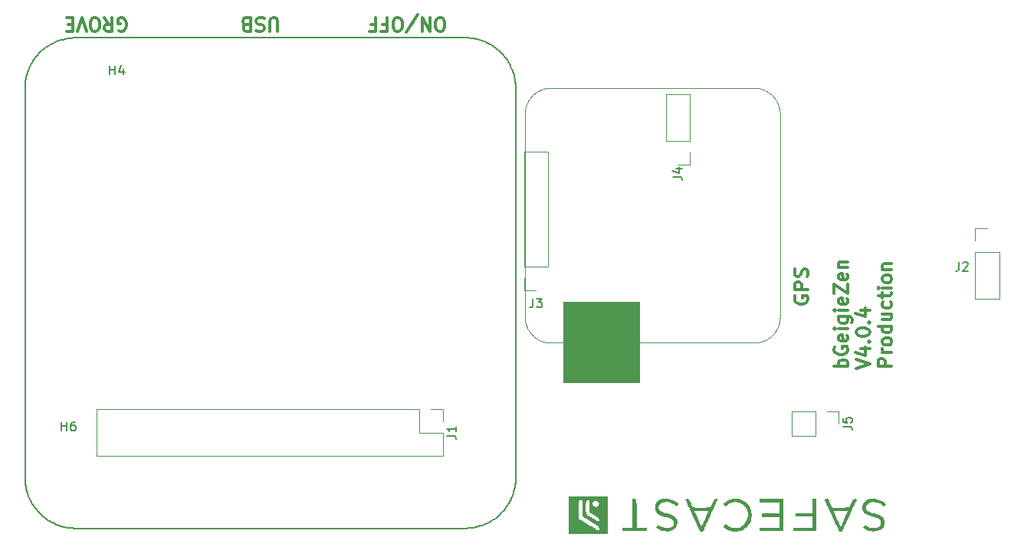
<source format=gbr>
%TF.GenerationSoftware,KiCad,Pcbnew,8.99.0-unknown-05b2b3c26e~178~ubuntu22.04.1*%
%TF.CreationDate,2024-05-07T20:45:26+09:00*%
%TF.ProjectId,bGeigieZen V4.x.x dual batteries 18500,62476569-6769-4655-9a65-6e2056342e78,V4.0.4*%
%TF.SameCoordinates,Original*%
%TF.FileFunction,Legend,Top*%
%TF.FilePolarity,Positive*%
%FSLAX46Y46*%
G04 Gerber Fmt 4.6, Leading zero omitted, Abs format (unit mm)*
G04 Created by KiCad (PCBNEW 8.99.0-unknown-05b2b3c26e~178~ubuntu22.04.1) date 2024-05-07 20:45:26*
%MOMM*%
%LPD*%
G01*
G04 APERTURE LIST*
%ADD10C,0.078091*%
%ADD11C,0.150176*%
%ADD12C,0.120000*%
%ADD13C,0.300000*%
%ADD14C,0.150000*%
%ADD15C,0.000000*%
%ADD16R,1.700000X1.700000*%
%ADD17O,1.700000X1.700000*%
%ADD18C,5.000000*%
%ADD19C,2.743200*%
G04 APERTURE END LIST*
D10*
X91320910Y-6656081D02*
X91320910Y-6656081D01*
X67043283Y-7004750D02*
X67043283Y-7004750D01*
X93766424Y-32084642D02*
X93766424Y-32084642D01*
X93161103Y-7737595D02*
X93119129Y-7684330D01*
D11*
X59875375Y-1167008D02*
X59875375Y-1167008D01*
X60642114Y-1340851D02*
X60642114Y-1340851D01*
D10*
X92655853Y-34196015D02*
X92709126Y-34154049D01*
D11*
X11294046Y-3622468D02*
X11294046Y-3622468D01*
X10778756Y-51790925D02*
X10937051Y-52154130D01*
D10*
X66421815Y-33947433D02*
X66421815Y-33947433D01*
X67412938Y-6825580D02*
X67224064Y-6907901D01*
D11*
X15360604Y-55270783D02*
X15490976Y-55283204D01*
D10*
X92194196Y-34489800D02*
X92194196Y-34489800D01*
D11*
X61613748Y-1741288D02*
X61377816Y-1623337D01*
X64568978Y-50198456D02*
X64568978Y-50198456D01*
X62743692Y-53876984D02*
X62936151Y-53696931D01*
D10*
X66077995Y-33524504D02*
X66116731Y-33581006D01*
X66546102Y-7363099D02*
X66546102Y-7363099D01*
D11*
X61728601Y-1803391D02*
X61613748Y-1741288D01*
X64243035Y-4733781D02*
X64243035Y-4733781D01*
X59614617Y-1132859D02*
X59484231Y-1120438D01*
D10*
X91785796Y-6767467D02*
X91719614Y-6746480D01*
D11*
X12690957Y-54246384D02*
X12690957Y-54246384D01*
D10*
X67380661Y-34589879D02*
X67445216Y-34614095D01*
D11*
X11089181Y-3960831D02*
X11027078Y-4075684D01*
X59484231Y-1120438D02*
X59484231Y-1120438D01*
X10558358Y-5298752D02*
X10527291Y-5426026D01*
D10*
X66520268Y-34041053D02*
X66520268Y-34041053D01*
X67014226Y-34407479D02*
X67014226Y-34407479D01*
D11*
X63494912Y-3352402D02*
X63494912Y-3352402D01*
D10*
X67133673Y-34473661D02*
X67133673Y-34473661D01*
X93625990Y-32820716D02*
X93625990Y-32820716D01*
X91522686Y-6694826D02*
X91522686Y-6694826D01*
X68274918Y-6628644D02*
X68139332Y-6641561D01*
D11*
X62694024Y-2483201D02*
X62594690Y-2399399D01*
X64581399Y-6400757D02*
X64575189Y-6270371D01*
D10*
X93769653Y-32015230D02*
X93771272Y-31913533D01*
D11*
X63979180Y-4134659D02*
X63979180Y-4134659D01*
X15754831Y-55298722D02*
X15754831Y-55298722D01*
D10*
X65587273Y-31981325D02*
X65590495Y-32050737D01*
X67869747Y-6686756D02*
X67869747Y-6686756D01*
D11*
X12638192Y-2194504D02*
X12638192Y-2194504D01*
D10*
X66841507Y-34297712D02*
X66898001Y-34334838D01*
X93500084Y-33137099D02*
X93500084Y-33137099D01*
X66399218Y-7506770D02*
X66352404Y-7555195D01*
X92959327Y-33921606D02*
X92959327Y-33921606D01*
D11*
X13361459Y-54662354D02*
X13597390Y-54780320D01*
X10396920Y-6335572D02*
X10390695Y-6469041D01*
D10*
X66328187Y-33847346D02*
X66421815Y-33947433D01*
X66927057Y-7074162D02*
X66868944Y-7112906D01*
D11*
X62122842Y-54358140D02*
X62122842Y-54358140D01*
D10*
X91354806Y-34767447D02*
X91354806Y-34767447D01*
D11*
X14081643Y-54978989D02*
X14081643Y-54978989D01*
D10*
X65952089Y-8108869D02*
X65919795Y-8168593D01*
X65684122Y-32656065D02*
X65684122Y-32656065D01*
X91388703Y-6667380D02*
X91388703Y-6667380D01*
D11*
X15034646Y-1176316D02*
X15034646Y-1176316D01*
D10*
X93075545Y-7632676D02*
X93075545Y-7632676D01*
D11*
X13019998Y-54466782D02*
X13131753Y-54535081D01*
D10*
X66546102Y-7363099D02*
X66446032Y-7456727D01*
X91083618Y-34799732D02*
X91083618Y-34799732D01*
X67133673Y-34473661D02*
X67256358Y-34535003D01*
D11*
X61439904Y-54752381D02*
X61554773Y-54693391D01*
X59614617Y-1132859D02*
X59614617Y-1132859D01*
D10*
X92959327Y-33921606D02*
X93006141Y-33873173D01*
X93500084Y-33137099D02*
X93527522Y-33075757D01*
D11*
X12088723Y-53740388D02*
X12088723Y-53740388D01*
D10*
X67317692Y-34562441D02*
X67380661Y-34589879D01*
D11*
X62231485Y-54283631D02*
X62337030Y-54209138D01*
X14584542Y-55131089D02*
X14584542Y-55131089D01*
X62644357Y-53963898D02*
X62743692Y-53876984D01*
D10*
X68139332Y-6641561D02*
X68139332Y-6641561D01*
X65638927Y-32457519D02*
X65638927Y-32457519D01*
X91977892Y-6838489D02*
X91913320Y-6814281D01*
D11*
X64066095Y-52092042D02*
X64066095Y-52092042D01*
D10*
X68173229Y-34790044D02*
X68241022Y-34796503D01*
X92912513Y-33971641D02*
X92912513Y-33971641D01*
X66282992Y-33795692D02*
X66328187Y-33847346D01*
X65969831Y-33350174D02*
X66003727Y-33408287D01*
X66155468Y-33635890D02*
X66197442Y-33690773D01*
D11*
X63609765Y-52889832D02*
X63609765Y-52889832D01*
D10*
X68412123Y-6622185D02*
X68412123Y-6622185D01*
D11*
X63886041Y-52442826D02*
X63948129Y-52327958D01*
D10*
X91882653Y-34627013D02*
X91945606Y-34602796D01*
D11*
X10732186Y-51669861D02*
X10732186Y-51669861D01*
X10390695Y-6469041D02*
X10390695Y-6469041D01*
X62793359Y-2573228D02*
X62793359Y-2573228D01*
D10*
X67835851Y-34733550D02*
X67903644Y-34748070D01*
D11*
X63643914Y-3566590D02*
X63643914Y-3566590D01*
D10*
X65743854Y-32853002D02*
X65743854Y-32853002D01*
X65596953Y-9275934D02*
X65592113Y-9343735D01*
D11*
X14333078Y-55062791D02*
X14457284Y-55096940D01*
X64584497Y-49934601D02*
X64584497Y-49934601D01*
D10*
X67737399Y-6719034D02*
X67737399Y-6719034D01*
D11*
X62594690Y-2399399D02*
X62492242Y-2315583D01*
X10400033Y-50133271D02*
X10424874Y-50394028D01*
D10*
X93119129Y-7684330D02*
X93119129Y-7684330D01*
X92517030Y-7130664D02*
X92517030Y-7130664D01*
X93769653Y-32015230D02*
X93769653Y-32015230D01*
X93603392Y-32885279D02*
X93625990Y-32820716D01*
X66649411Y-7274327D02*
X66597772Y-7317904D01*
X93222437Y-33608444D02*
X93222437Y-33608444D01*
D11*
X12380532Y-54004258D02*
X12482980Y-54088074D01*
X61439904Y-54752381D02*
X61439904Y-54752381D01*
X10996041Y-52268983D02*
X10996041Y-52268983D01*
X62337030Y-54209138D02*
X62337030Y-54209138D01*
X63532159Y-52998475D02*
X63609765Y-52889832D01*
X12330880Y-2439744D02*
X12231515Y-2526658D01*
D10*
X93567877Y-8447850D02*
X93485556Y-8258992D01*
X92786607Y-7340502D02*
X92734953Y-7296925D01*
D11*
X61014627Y-1471238D02*
X60893563Y-1424668D01*
X63886041Y-52442826D02*
X63886041Y-52442826D01*
D10*
X93732527Y-9038650D02*
X93719617Y-8970849D01*
D11*
X60517953Y-1306702D02*
X60517953Y-1306702D01*
X64522424Y-50589585D02*
X64522424Y-50589585D01*
D10*
X93682492Y-32623780D02*
X93698631Y-32557597D01*
D11*
X13898507Y-1492966D02*
X13898507Y-1492966D01*
D10*
X66116731Y-33581006D02*
X66116731Y-33581006D01*
D11*
X15686532Y-1108033D02*
X15556161Y-1114243D01*
X10486947Y-50785157D02*
X10511789Y-50912430D01*
D10*
X92681680Y-7253340D02*
X92628416Y-7211374D01*
X66597772Y-7317904D02*
X66546102Y-7363099D01*
X92886686Y-7434129D02*
X92838261Y-7387315D01*
X65903656Y-33229108D02*
X65935934Y-33290450D01*
D11*
X12743722Y-2120011D02*
X12743722Y-2120011D01*
X62545022Y-54047715D02*
X62545022Y-54047715D01*
X13019998Y-54466782D02*
X13019998Y-54466782D01*
X13836435Y-54885850D02*
X13836435Y-54885850D01*
D10*
X65611474Y-9140348D02*
X65611474Y-9140348D01*
D11*
X14711801Y-55162141D02*
X14711801Y-55162141D01*
X64578286Y-50068085D02*
X64584497Y-49934601D01*
X59484231Y-1120438D02*
X59353860Y-1111130D01*
D10*
X93372559Y-33379230D02*
X93372559Y-33379230D01*
X91850368Y-6790065D02*
X91785796Y-6767467D01*
D11*
X15950387Y-55301819D02*
X59155191Y-55301819D01*
D10*
X91753518Y-34670589D02*
X91753518Y-34670589D01*
X93764813Y-9309830D02*
X93764813Y-9309830D01*
D11*
X11641732Y-53259232D02*
X11641732Y-53259232D01*
X60452768Y-55115571D02*
X60452768Y-55115571D01*
X59155191Y-55301819D02*
X59288674Y-55295609D01*
D10*
X68139332Y-6641561D02*
X68003731Y-6660921D01*
X91977892Y-6838489D02*
X91977892Y-6838489D01*
X93319295Y-7961969D02*
X93280550Y-7903864D01*
D11*
X63206216Y-53408234D02*
X63206216Y-53408234D01*
D10*
X92912513Y-33971641D02*
X92959327Y-33921606D01*
D11*
X59288674Y-55295609D02*
X59288674Y-55295609D01*
X10511789Y-50912430D02*
X10511789Y-50912430D01*
X63373849Y-53206467D02*
X63454553Y-53104020D01*
X11365426Y-3513810D02*
X11365426Y-3513810D01*
D10*
X66039242Y-33466399D02*
X66039242Y-33466399D01*
X91117515Y-6631865D02*
X91049722Y-6627025D01*
X67380661Y-34589879D02*
X67380661Y-34589879D01*
D11*
X12482980Y-54088074D02*
X12585397Y-54168778D01*
D10*
X91388703Y-6667380D02*
X91320910Y-6656081D01*
X91882653Y-34627013D02*
X91882653Y-34627013D01*
D11*
X64171640Y-51853013D02*
X64171640Y-51853013D01*
D10*
X66702683Y-7232353D02*
X66702683Y-7232353D01*
X67572741Y-34660909D02*
X67638915Y-34681888D01*
X93485556Y-8258992D02*
X93485556Y-8258992D01*
X92431480Y-34354206D02*
X92431480Y-34354206D01*
X66176447Y-7765041D02*
X66176447Y-7765041D01*
X93674414Y-8772311D02*
X93674414Y-8772311D01*
X93646977Y-32754534D02*
X93646977Y-32754534D01*
D11*
X12690957Y-54246384D02*
X12799600Y-54323990D01*
D10*
X65743854Y-32853002D02*
X65766452Y-32917565D01*
X66305590Y-7606849D02*
X66305590Y-7606849D01*
X66471851Y-33994239D02*
X66471851Y-33994239D01*
D11*
X15099832Y-55236634D02*
X15099832Y-55236634D01*
D10*
X91117515Y-6631865D02*
X91117515Y-6631865D01*
D11*
X62982721Y-2753281D02*
X62886483Y-2663254D01*
D10*
X93222437Y-33608444D02*
X93262793Y-33551950D01*
D11*
X12380532Y-54004258D02*
X12380532Y-54004258D01*
X14584542Y-55131089D02*
X14711801Y-55162141D01*
X14143747Y-1402939D02*
X14143747Y-1402939D01*
X10667001Y-4920029D02*
X10667001Y-4920029D01*
D10*
X67703502Y-34699646D02*
X67769677Y-34717403D01*
D11*
X10418649Y-6074814D02*
X10418649Y-6074814D01*
X63851907Y-3901841D02*
X63786706Y-3790085D01*
X61554773Y-54693391D02*
X61672723Y-54631302D01*
X64118859Y-51974076D02*
X64171640Y-51853013D01*
D10*
X91913320Y-6814281D02*
X91850368Y-6790065D01*
X93140116Y-33716600D02*
X93140116Y-33716600D01*
X67164348Y-6938568D02*
X67164348Y-6938568D01*
X66218421Y-7711776D02*
X66218421Y-7711776D01*
D11*
X64348581Y-51356339D02*
X64348581Y-51356339D01*
X63290033Y-53308900D02*
X63373849Y-53206467D01*
D10*
X91488789Y-34741620D02*
X91621154Y-34709334D01*
D11*
X62284265Y-2157273D02*
X62284265Y-2157273D01*
D10*
X93422603Y-8137926D02*
X93388706Y-8078194D01*
X65919795Y-8168593D02*
X65919795Y-8168593D01*
D11*
X62442575Y-54128419D02*
X62442575Y-54128419D01*
X64326852Y-4982133D02*
X64286492Y-4857957D01*
X10393808Y-50002885D02*
X10400033Y-50133271D01*
X11601358Y-3197190D02*
X11601358Y-3197190D01*
D10*
X93698631Y-32557597D02*
X93713159Y-32489804D01*
X68241022Y-34796503D02*
X68308815Y-34801343D01*
D11*
X64475854Y-50847245D02*
X64500680Y-50719971D01*
D10*
X66785012Y-34257357D02*
X66785012Y-34257357D01*
D11*
X60831475Y-55000718D02*
X60955651Y-54957261D01*
X60642114Y-1340851D02*
X60517953Y-1306702D01*
X64264764Y-51607773D02*
X64264764Y-51607773D01*
X63609765Y-52889832D02*
X63681161Y-52781190D01*
X12281198Y-53920441D02*
X12380532Y-54004258D01*
D10*
X66812450Y-7151643D02*
X66757575Y-7190379D01*
D11*
X14842172Y-55190064D02*
X14842172Y-55190064D01*
D10*
X91320910Y-6656081D02*
X91253109Y-6646401D01*
X93726068Y-32423622D02*
X93726068Y-32423622D01*
D11*
X11992501Y-53650376D02*
X11992501Y-53650376D01*
X13361459Y-54662354D02*
X13361459Y-54662354D01*
D10*
X92709126Y-34154049D02*
X92709126Y-34154049D01*
X68342711Y-6625414D02*
X68274918Y-6628644D01*
X65626010Y-32389726D02*
X65638927Y-32457519D01*
X67605018Y-6757779D02*
X67540463Y-6778766D01*
D11*
X14904275Y-1201157D02*
X14904275Y-1201157D01*
X11949044Y-2802949D02*
X11859018Y-2896073D01*
D10*
X67737399Y-6719034D02*
X67605018Y-6757779D01*
X91049722Y-6627025D02*
X90980310Y-6623804D01*
D11*
X59679803Y-55264573D02*
X59679803Y-55264573D01*
D10*
X93438742Y-33259775D02*
X93438742Y-33259775D01*
D11*
X14205819Y-55022446D02*
X14205819Y-55022446D01*
X11154367Y-3845963D02*
X11154367Y-3845963D01*
X11859018Y-2896073D02*
X11768991Y-2995408D01*
D10*
X67412938Y-6825580D02*
X67412938Y-6825580D01*
D11*
X63333490Y-3144410D02*
X63249673Y-3045075D01*
D10*
X67935938Y-6673839D02*
X67869747Y-6686756D01*
D11*
X12330880Y-2439744D02*
X12330880Y-2439744D01*
X62644357Y-53963898D02*
X62644357Y-53963898D01*
X12585397Y-54168778D02*
X12585397Y-54168778D01*
X10996041Y-52268983D02*
X11058114Y-52386948D01*
X64556558Y-50328828D02*
X64556558Y-50328828D01*
X13246591Y-54600266D02*
X13246591Y-54600266D01*
D10*
X93527522Y-33075757D02*
X93554967Y-33012804D01*
D11*
X63494912Y-3352402D02*
X63414209Y-3246842D01*
X63979180Y-4134659D02*
X63917092Y-4016709D01*
X10732186Y-51669861D02*
X10778756Y-51790925D01*
D10*
X67638915Y-34681888D02*
X67638915Y-34681888D01*
D11*
X14267892Y-1362580D02*
X14143747Y-1402939D01*
X64587609Y-6534241D02*
X64581399Y-6400757D01*
X13075875Y-1902726D02*
X13075875Y-1902726D01*
D10*
X65632468Y-9004746D02*
X65621170Y-9072547D01*
X91454885Y-6680298D02*
X91454885Y-6680298D01*
X66197442Y-33690773D02*
X66239415Y-33744038D01*
D11*
X64522424Y-50589585D02*
X64541040Y-50459214D01*
X10390695Y-6469041D02*
X10387612Y-6664628D01*
D10*
X93761583Y-32152435D02*
X93761583Y-32152435D01*
X93140116Y-33716600D02*
X93182082Y-33663327D01*
D11*
X12532632Y-2275223D02*
X12430185Y-2355942D01*
X60070932Y-55202485D02*
X60070932Y-55202485D01*
X63454553Y-53104020D02*
X63454553Y-53104020D01*
X63718423Y-3678330D02*
X63643914Y-3566590D01*
X63851907Y-3901841D02*
X63851907Y-3901841D01*
D10*
X92344310Y-7020897D02*
X92344310Y-7020897D01*
D11*
X10573861Y-51166978D02*
X10648355Y-51421525D01*
X62793359Y-2573228D02*
X62694024Y-2483201D01*
X62011087Y-54432633D02*
X62011087Y-54432633D01*
X10511789Y-50912430D02*
X10573861Y-51166978D01*
X11405801Y-52945710D02*
X11480294Y-53051255D01*
D10*
X93698631Y-32557597D02*
X93698631Y-32557597D01*
X93485556Y-8258992D02*
X93454888Y-8199260D01*
X93388706Y-8078194D02*
X93354802Y-8020082D01*
X66021500Y-7991025D02*
X65985985Y-8049138D01*
D11*
X10573861Y-51166978D02*
X10573861Y-51166978D01*
X64550347Y-6009629D02*
X64513101Y-5748871D01*
D10*
X93664734Y-32689962D02*
X93664734Y-32689962D01*
X91219212Y-34786815D02*
X91219212Y-34786815D01*
D11*
X10387612Y-49869401D02*
X10393808Y-50002885D01*
X64475854Y-50847245D02*
X64475854Y-50847245D01*
X64513101Y-5748871D02*
X64513101Y-5748871D01*
D10*
X91753518Y-34670589D02*
X91818082Y-34649610D01*
X93119129Y-7684330D02*
X93075545Y-7632676D01*
X93262793Y-33551950D02*
X93262793Y-33551950D01*
X67014226Y-34407479D02*
X67073942Y-34441376D01*
D11*
X62066964Y-2008256D02*
X61955209Y-1936860D01*
D10*
X65779369Y-8480136D02*
X65755153Y-8543089D01*
X93030349Y-7581022D02*
X93030349Y-7581022D01*
X66520268Y-34041053D02*
X66571937Y-34087867D01*
D11*
X64488275Y-5618485D02*
X64488275Y-5618485D01*
D10*
X65588876Y-9413138D02*
X65587273Y-9514844D01*
D11*
X11331308Y-52837052D02*
X11405801Y-52945710D01*
D10*
X92546087Y-34276725D02*
X92546087Y-34276725D01*
X68308815Y-34801343D02*
X68308815Y-34801343D01*
D11*
X14019570Y-1446396D02*
X14019570Y-1446396D01*
X63454553Y-53104020D02*
X63532159Y-52998475D01*
X63643914Y-3566590D02*
X63569421Y-3457932D01*
D10*
X93625990Y-32820716D02*
X93646977Y-32754534D01*
X93319295Y-7961969D02*
X93319295Y-7961969D01*
D11*
X10387612Y-6664628D02*
X10387612Y-6664628D01*
D10*
X67969834Y-34760988D02*
X67969834Y-34760988D01*
D11*
X62175607Y-2079667D02*
X62175607Y-2079667D01*
D10*
X67224064Y-6907901D02*
X67224064Y-6907901D01*
D11*
X13960580Y-54932419D02*
X14081643Y-54978989D01*
X63414209Y-3246842D02*
X63333490Y-3144410D01*
X61955209Y-1936860D02*
X61843454Y-1868577D01*
D10*
X65606649Y-32254132D02*
X65626010Y-32389726D01*
D11*
X11222665Y-3734208D02*
X11222665Y-3734208D01*
X10393808Y-50002885D02*
X10393808Y-50002885D01*
D10*
X65603412Y-9208141D02*
X65596953Y-9275934D01*
D11*
X10688729Y-51545701D02*
X10732186Y-51669861D01*
D10*
X93614691Y-8575375D02*
X93592093Y-8510803D01*
X93764813Y-9309830D02*
X93751895Y-9174244D01*
D11*
X10648355Y-51421525D02*
X10688729Y-51545701D01*
X14711801Y-55162141D02*
X14842172Y-55190064D01*
D10*
X93454888Y-8199260D02*
X93422603Y-8137926D01*
D11*
X60452768Y-55115571D02*
X60707315Y-55041062D01*
X14842172Y-55190064D02*
X14969461Y-55214905D01*
D10*
X65651845Y-32523701D02*
X65684122Y-32656065D01*
D11*
X63948129Y-52327958D02*
X64066095Y-52092042D01*
X60955651Y-54957261D02*
X61076715Y-54910691D01*
X12181832Y-53830414D02*
X12181832Y-53830414D01*
X12430185Y-2355942D02*
X12430185Y-2355942D01*
X64578286Y-50068085D02*
X64578286Y-50068085D01*
D10*
X93579176Y-32948240D02*
X93603392Y-32885279D01*
D11*
X12088723Y-53740388D02*
X12181832Y-53830414D01*
X64581399Y-6400757D02*
X64581399Y-6400757D01*
X64575189Y-6270371D02*
X64550347Y-6009629D01*
X15099832Y-55236634D02*
X15230233Y-55255265D01*
X64382730Y-51232163D02*
X64382730Y-51232163D01*
X11256784Y-52725312D02*
X11331308Y-52837052D01*
X61014627Y-1471238D02*
X61014627Y-1471238D01*
X12585397Y-54168778D02*
X12690957Y-54246384D01*
D10*
X65638927Y-32457519D02*
X65651845Y-32523701D01*
X93052947Y-33821519D02*
X93052947Y-33821519D01*
X93372559Y-33379230D02*
X93406456Y-33319507D01*
X68003731Y-6660921D02*
X68003731Y-6660921D01*
D11*
X59419046Y-55289414D02*
X59679803Y-55264573D01*
X11859018Y-2896073D02*
X11859018Y-2896073D01*
D10*
X66136107Y-7819924D02*
X66136107Y-7819924D01*
X92134465Y-34520475D02*
X92134465Y-34520475D01*
X91219212Y-34786815D02*
X91354806Y-34767447D01*
X66868944Y-7112906D02*
X66812450Y-7151643D01*
X93751895Y-9174244D02*
X93751895Y-9174244D01*
X65831007Y-8352612D02*
X65831007Y-8352612D01*
X93771272Y-31913533D02*
X93771272Y-9447043D01*
D11*
X62284265Y-2157273D02*
X62175607Y-2079667D01*
D10*
X65722859Y-32788430D02*
X65722859Y-32788430D01*
D11*
X61787576Y-54566117D02*
X61787576Y-54566117D01*
X10406228Y-6205186D02*
X10406228Y-6205186D01*
D10*
X92838261Y-7387315D02*
X92838261Y-7387315D01*
D11*
X64587609Y-49739030D02*
X64587609Y-6534241D01*
D10*
X65919795Y-8168593D02*
X65858461Y-8291269D01*
D11*
X12039071Y-2706711D02*
X11949044Y-2802949D01*
D10*
X68105436Y-34781975D02*
X68105436Y-34781975D01*
D11*
X60198220Y-55177659D02*
X60452768Y-55115571D01*
D10*
X67224064Y-6907901D02*
X67164348Y-6938568D01*
X92760780Y-34110464D02*
X92812434Y-34065269D01*
D11*
X60769387Y-1381211D02*
X60642114Y-1340851D01*
X14969461Y-55214905D02*
X14969461Y-55214905D01*
D10*
X92489592Y-34315470D02*
X92546087Y-34276725D01*
D11*
X60707315Y-55041062D02*
X60707315Y-55041062D01*
D10*
X92431480Y-34354206D02*
X92489592Y-34315470D01*
X66282992Y-33795692D02*
X66282992Y-33795692D01*
D11*
X10462106Y-50654786D02*
X10486947Y-50785157D01*
X10592477Y-5171479D02*
X10592477Y-5171479D01*
X14457284Y-55096940D02*
X14457284Y-55096940D01*
D10*
X65596953Y-9275934D02*
X65596953Y-9275934D01*
X68037627Y-34772287D02*
X68037627Y-34772287D01*
X66623591Y-34131451D02*
X66676864Y-34175036D01*
D11*
X11188485Y-52613557D02*
X11256784Y-52725312D01*
D10*
X65592113Y-9343735D02*
X65588876Y-9413138D01*
D11*
X60263406Y-1241517D02*
X60263406Y-1241517D01*
D10*
X93771272Y-9447043D02*
X93771272Y-9447043D01*
X66352404Y-7555195D02*
X66352404Y-7555195D01*
D11*
X12281198Y-53920441D02*
X12281198Y-53920441D01*
X61076715Y-54910691D02*
X61439904Y-54752381D01*
D10*
X92255531Y-34457514D02*
X92315254Y-34423618D01*
D11*
X63569421Y-3457932D02*
X63494912Y-3352402D01*
D10*
X67540463Y-6778766D02*
X67540463Y-6778766D01*
D11*
X15295419Y-1139084D02*
X15295419Y-1139084D01*
D10*
X93406456Y-33319507D02*
X93406456Y-33319507D01*
D11*
X10856332Y-4429566D02*
X10803567Y-4550629D01*
X11188485Y-52613557D02*
X11188485Y-52613557D01*
X14522470Y-1288071D02*
X14522470Y-1288071D01*
D10*
X68479916Y-34806183D02*
X68479916Y-34806183D01*
X66262013Y-7658503D02*
X66262013Y-7658503D01*
X93454888Y-8199260D02*
X93454888Y-8199260D01*
X93337052Y-33437343D02*
X93372559Y-33379230D01*
X93406456Y-33319507D02*
X93438742Y-33259775D01*
D11*
X61076715Y-54910691D02*
X61076715Y-54910691D01*
D10*
X65952089Y-8108869D02*
X65952089Y-8108869D01*
X66058618Y-7932920D02*
X66058618Y-7932920D01*
D11*
X15754831Y-55298722D02*
X15950387Y-55301819D01*
D10*
X93241814Y-7847362D02*
X93241814Y-7847362D01*
X66898001Y-34334838D02*
X66956113Y-34371964D01*
D11*
X15556161Y-1114243D02*
X15556161Y-1114243D01*
X11405801Y-52945710D02*
X11405801Y-52945710D01*
D10*
X93706700Y-8904675D02*
X93706700Y-8904675D01*
D11*
X10387612Y-6664628D02*
X10387612Y-49869401D01*
D12*
X69880644Y-30309529D02*
X78262644Y-30309529D01*
X78262644Y-39199529D01*
X69880644Y-39199529D01*
X69880644Y-30309529D01*
G36*
X69880644Y-30309529D02*
G01*
X78262644Y-30309529D01*
X78262644Y-39199529D01*
X69880644Y-39199529D01*
X69880644Y-30309529D01*
G37*
D10*
X91488789Y-34741620D02*
X91488789Y-34741620D01*
D11*
X11058114Y-52386948D02*
X11058114Y-52386948D01*
D10*
X66868944Y-7112906D02*
X66868944Y-7112906D01*
D11*
X60955651Y-54957261D02*
X60955651Y-54957261D01*
X62694024Y-2483201D02*
X62694024Y-2483201D01*
D10*
X91454885Y-6680298D02*
X91388703Y-6667380D01*
X65684122Y-32656065D02*
X65722859Y-32788430D01*
D11*
X10424874Y-50394028D02*
X10462106Y-50654786D01*
D10*
X93592093Y-8510803D02*
X93592093Y-8510803D01*
D11*
X63752572Y-52669434D02*
X63752572Y-52669434D01*
X61259866Y-1570573D02*
X61259866Y-1570573D01*
D10*
X90878613Y-6622185D02*
X68412123Y-6622185D01*
D11*
X63917092Y-4016709D02*
X63917092Y-4016709D01*
D10*
X65903656Y-33229108D02*
X65903656Y-33229108D01*
X92600970Y-34237989D02*
X92600970Y-34237989D01*
X65803570Y-8415564D02*
X65779369Y-8480136D01*
D11*
X10688729Y-51545701D02*
X10688729Y-51545701D01*
D10*
X65779369Y-8480136D02*
X65779369Y-8480136D01*
D11*
X10803567Y-4550629D02*
X10757028Y-4674805D01*
D10*
X65593732Y-32118538D02*
X65593732Y-32118538D01*
D11*
X11812448Y-53457902D02*
X11992501Y-53650376D01*
D10*
X92402423Y-7056404D02*
X92402423Y-7056404D01*
D11*
X64038156Y-4249528D02*
X63979180Y-4134659D01*
X10462106Y-50654786D02*
X10462106Y-50654786D01*
D10*
X92134465Y-34520475D02*
X92194196Y-34489800D01*
D11*
X61377816Y-1623337D02*
X61377816Y-1623337D01*
X63752572Y-52669434D02*
X63820855Y-52557679D01*
D10*
X92489592Y-34315470D02*
X92489592Y-34315470D01*
D11*
X62337030Y-54209138D02*
X62442575Y-54128419D01*
D10*
X91818082Y-34649610D02*
X91818082Y-34649610D01*
X91621154Y-34709334D02*
X91753518Y-34670589D01*
X66597772Y-7317904D02*
X66597772Y-7317904D01*
X65626010Y-32389726D02*
X65626010Y-32389726D01*
X92102179Y-6893373D02*
X92040845Y-6865935D01*
X92402423Y-7056404D02*
X92344310Y-7020897D01*
D11*
X62492242Y-2315583D02*
X62389810Y-2234879D01*
X11089181Y-3960831D02*
X11089181Y-3960831D01*
D10*
X90980310Y-6623804D02*
X90980310Y-6623804D01*
X93096532Y-33769865D02*
X93140116Y-33716600D01*
D11*
X64463433Y-5491227D02*
X64463433Y-5491227D01*
X64587609Y-6534241D02*
X64587609Y-6534241D01*
X64500680Y-50719971D02*
X64500680Y-50719971D01*
D10*
X67969834Y-34760988D02*
X68037627Y-34772287D01*
D11*
X64308221Y-51483613D02*
X64348581Y-51356339D01*
D10*
X66446032Y-7456727D02*
X66399218Y-7506770D01*
X92812434Y-34065269D02*
X92812434Y-34065269D01*
X93592093Y-8510803D02*
X93567877Y-8447850D01*
X65803570Y-8415564D02*
X65803570Y-8415564D01*
D11*
X13836435Y-54885850D02*
X13960580Y-54932419D01*
X10648355Y-51421525D02*
X10648355Y-51421525D01*
D10*
X66927057Y-7074162D02*
X66927057Y-7074162D01*
X66155468Y-33635890D02*
X66155468Y-33635890D01*
D11*
X11685189Y-3094742D02*
X11601358Y-3197190D01*
X10474527Y-5683671D02*
X10452798Y-5814057D01*
X12532632Y-2275223D02*
X12532632Y-2275223D01*
X61613748Y-1741288D02*
X61613748Y-1741288D01*
D10*
X67769677Y-34717403D02*
X67835851Y-34733550D01*
D11*
X11768991Y-2995408D02*
X11685189Y-3094742D01*
X10527291Y-5426026D02*
X10499337Y-5556412D01*
X61728601Y-1803391D02*
X61728601Y-1803391D01*
D10*
X92255531Y-34457514D02*
X92255531Y-34457514D01*
D11*
X64382730Y-51232163D02*
X64416879Y-51104890D01*
D10*
X66077995Y-33524504D02*
X66077995Y-33524504D01*
D11*
X64500680Y-50719971D02*
X64522424Y-50589585D01*
D10*
X65790668Y-32980518D02*
X65790668Y-32980518D01*
D11*
X64550347Y-6009629D02*
X64550347Y-6009629D01*
D10*
X91621154Y-34709334D02*
X91621154Y-34709334D01*
D11*
X64196466Y-4612717D02*
X64196466Y-4612717D01*
D10*
X68037627Y-34772287D02*
X68105436Y-34781975D01*
X91785796Y-6767467D02*
X91785796Y-6767467D01*
X66623591Y-34131451D02*
X66623591Y-34131451D01*
D11*
X64513101Y-5748871D02*
X64488275Y-5618485D01*
X59419046Y-55289414D02*
X59419046Y-55289414D01*
D10*
X66985170Y-7038655D02*
X66985170Y-7038655D01*
X65676061Y-8804588D02*
X65676061Y-8804588D01*
D11*
X10434152Y-5944443D02*
X10418649Y-6074814D01*
D10*
X92373367Y-34389721D02*
X92431480Y-34354206D01*
X65603412Y-9208141D02*
X65603412Y-9208141D01*
X91185316Y-6638324D02*
X91117515Y-6631865D01*
D11*
X11027078Y-4075684D02*
X11027078Y-4075684D01*
D10*
X93422603Y-8137926D02*
X93422603Y-8137926D01*
D11*
X14019570Y-1446396D02*
X13898507Y-1492966D01*
X60390679Y-1272553D02*
X60390679Y-1272553D01*
X10474527Y-5683671D02*
X10474527Y-5683671D01*
D10*
X68003731Y-6660921D02*
X67935938Y-6673839D01*
X92344310Y-7020897D02*
X92284587Y-6987001D01*
X66095736Y-7876418D02*
X66095736Y-7876418D01*
X93579176Y-32948240D02*
X93579176Y-32948240D01*
X92373367Y-34389721D02*
X92373367Y-34389721D01*
X92315254Y-34423618D02*
X92315254Y-34423618D01*
X92460536Y-7093530D02*
X92460536Y-7093530D01*
X91422599Y-34754529D02*
X91422599Y-34754529D01*
X66239415Y-33744038D02*
X66239415Y-33744038D01*
X65592113Y-9343735D02*
X65592113Y-9343735D01*
D11*
X11058114Y-52386948D02*
X11123300Y-52501801D01*
D10*
X68342711Y-6625414D02*
X68342711Y-6625414D01*
X65985985Y-8049138D02*
X65952089Y-8108869D01*
X65593732Y-32118538D02*
X65606649Y-32254132D01*
X91945606Y-34602796D02*
X92134465Y-34520475D01*
D11*
X60005746Y-1188737D02*
X60005746Y-1188737D01*
D10*
X91083618Y-34799732D02*
X91219212Y-34786815D01*
D11*
X10406228Y-6205186D02*
X10396920Y-6335572D01*
X59353860Y-1111130D02*
X59353860Y-1111130D01*
X61899331Y-54500931D02*
X61899331Y-54500931D01*
D10*
X93603392Y-32885279D02*
X93603392Y-32885279D01*
D11*
X61787576Y-54566117D02*
X61899331Y-54500931D01*
D10*
X92936729Y-7480943D02*
X92886686Y-7434129D01*
X66676864Y-34175036D02*
X66676864Y-34175036D01*
X93755125Y-32220227D02*
X93761583Y-32152435D01*
D11*
X10558358Y-5298752D02*
X10558358Y-5298752D01*
X11027078Y-4075684D02*
X10909127Y-4311600D01*
X13131753Y-54535081D02*
X13131753Y-54535081D01*
D10*
X66730121Y-34217002D02*
X66730121Y-34217002D01*
X93614691Y-8575375D02*
X93614691Y-8575375D01*
X67256358Y-34535003D02*
X67317692Y-34562441D01*
D11*
X62886483Y-2663254D02*
X62793359Y-2573228D01*
X11331308Y-52837052D02*
X11331308Y-52837052D01*
X10499337Y-5556412D02*
X10474527Y-5683671D01*
D10*
X91185316Y-6638324D02*
X91185316Y-6638324D01*
D11*
X15820016Y-1101823D02*
X15820016Y-1101823D01*
D10*
X93719617Y-8970849D02*
X93719617Y-8970849D01*
D11*
X63249673Y-3045075D02*
X63162759Y-2945740D01*
X10434152Y-5944443D02*
X10434152Y-5944443D01*
D10*
X67043283Y-7004750D02*
X66985170Y-7038655D01*
D11*
X60263406Y-1241517D02*
X60133020Y-1213578D01*
D10*
X92936729Y-7480943D02*
X92936729Y-7480943D01*
X93755125Y-32220227D02*
X93755125Y-32220227D01*
D11*
X10803567Y-4550629D02*
X10803567Y-4550629D01*
D10*
X68173229Y-34790044D02*
X68173229Y-34790044D01*
D11*
X62743692Y-53876984D02*
X62743692Y-53876984D01*
X11812448Y-53457902D02*
X11812448Y-53457902D01*
D10*
X92681680Y-7253340D02*
X92681680Y-7253340D01*
X91588868Y-6710965D02*
X91522686Y-6694826D01*
X67164348Y-6938568D02*
X67103014Y-6970854D01*
D11*
X12852365Y-2045518D02*
X12743722Y-2120011D01*
D10*
X93006141Y-33873173D02*
X93052947Y-33821519D01*
X66239415Y-33744038D02*
X66282992Y-33795692D01*
D11*
X61955209Y-1936860D02*
X61955209Y-1936860D01*
D10*
X65606649Y-32254132D02*
X65606649Y-32254132D01*
D11*
X63116204Y-53507569D02*
X63206216Y-53408234D01*
X10592477Y-5171479D02*
X10558358Y-5298752D01*
D10*
X67317692Y-34562441D02*
X67317692Y-34562441D01*
D11*
X11480294Y-53051255D02*
X11480294Y-53051255D01*
X60198220Y-55177659D02*
X60198220Y-55177659D01*
X63162759Y-2945740D02*
X62982721Y-2753281D01*
D10*
X66446032Y-7456727D02*
X66446032Y-7456727D01*
X68479916Y-34806183D02*
X90946414Y-34806183D01*
X66649411Y-7274327D02*
X66649411Y-7274327D01*
D11*
X64218194Y-51728852D02*
X64264764Y-51607773D01*
D10*
X92760780Y-34110464D02*
X92760780Y-34110464D01*
D11*
X60133020Y-1213578D02*
X60133020Y-1213578D01*
X62982721Y-2753281D02*
X62982721Y-2753281D01*
D10*
X91655050Y-6728722D02*
X91588868Y-6710965D01*
D11*
X10667001Y-4920029D02*
X10626626Y-5047318D01*
D10*
X91913320Y-6814281D02*
X91913320Y-6814281D01*
X65722859Y-32788430D02*
X65743854Y-32853002D01*
D11*
X63718423Y-3678330D02*
X63718423Y-3678330D01*
D10*
X67475891Y-6801363D02*
X67412938Y-6825580D01*
D11*
X10418649Y-6074814D02*
X10406228Y-6205186D01*
X12799600Y-54323990D02*
X12799600Y-54323990D01*
D10*
X91850368Y-6790065D02*
X91850368Y-6790065D01*
D11*
X61843454Y-1868577D02*
X61843454Y-1868577D01*
X63373849Y-53206467D02*
X63373849Y-53206467D01*
D10*
X92734953Y-7296925D02*
X92681680Y-7253340D01*
X92709126Y-34154049D02*
X92760780Y-34110464D01*
D11*
X14969461Y-55214905D02*
X15099832Y-55236634D01*
D10*
X66757575Y-7190379D02*
X66702683Y-7232353D01*
X93682492Y-32623780D02*
X93682492Y-32623780D01*
D11*
X13597390Y-54780320D02*
X13597390Y-54780320D01*
X64401345Y-5236680D02*
X64326852Y-4982133D01*
D10*
X91253109Y-6646401D02*
X91253109Y-6646401D01*
X92194196Y-34489800D02*
X92255531Y-34457514D01*
D11*
X13960580Y-54932419D02*
X13960580Y-54932419D01*
D10*
X92284587Y-6987001D02*
X92224863Y-6954707D01*
D11*
X12231515Y-2526658D02*
X12231515Y-2526658D01*
D10*
X66262013Y-7658503D02*
X66218421Y-7711776D01*
D11*
X11520639Y-3299622D02*
X11520639Y-3299622D01*
D10*
X65632468Y-9004746D02*
X65632468Y-9004746D01*
D11*
X63116204Y-53507569D02*
X63116204Y-53507569D01*
X10424874Y-50394028D02*
X10424874Y-50394028D01*
X63569421Y-3457932D02*
X63569421Y-3457932D01*
X15230233Y-55255265D02*
X15360604Y-55270783D01*
D10*
X66399218Y-7506770D02*
X66399218Y-7506770D01*
X65831007Y-8352612D02*
X65803570Y-8415564D01*
X92284587Y-6987001D02*
X92284587Y-6987001D01*
X67475891Y-6801363D02*
X67475891Y-6801363D01*
X93438742Y-33259775D02*
X93500084Y-33137099D01*
D11*
X11222665Y-3734208D02*
X11154367Y-3845963D01*
X12852365Y-2045518D02*
X12852365Y-2045518D01*
D10*
X65766452Y-32917565D02*
X65766452Y-32917565D01*
D11*
X60707315Y-55041062D02*
X60831475Y-55000718D01*
D10*
X66985170Y-7038655D02*
X66927057Y-7074162D01*
D11*
X13535287Y-1651276D02*
X13535287Y-1651276D01*
D10*
X67073942Y-34441376D02*
X67133673Y-34473661D01*
D11*
X12638192Y-2194504D02*
X12532632Y-2275223D01*
X64066095Y-52092042D02*
X64118859Y-51974076D01*
D10*
X93761583Y-32152435D02*
X93766424Y-32084642D01*
X65755153Y-8543089D02*
X65732555Y-8607652D01*
X66305590Y-7606849D02*
X66262013Y-7658503D01*
X93674414Y-8772311D02*
X93635678Y-8639946D01*
D11*
X61259866Y-1570573D02*
X61138803Y-1517792D01*
X64447915Y-50977616D02*
X64475854Y-50847245D01*
D10*
X65985985Y-8049138D02*
X65985985Y-8049138D01*
D11*
X63206216Y-53408234D02*
X63290033Y-53308900D01*
X10486947Y-50785157D02*
X10486947Y-50785157D01*
D10*
X65676061Y-8804588D02*
X65659906Y-8870771D01*
X93713159Y-32489804D02*
X93726068Y-32423622D01*
X66956113Y-34371964D02*
X67014226Y-34407479D01*
X66571937Y-34087867D02*
X66571937Y-34087867D01*
X66571937Y-34087867D02*
X66623591Y-34131451D01*
D11*
X61138803Y-1517792D02*
X61014627Y-1471238D01*
D10*
X92102179Y-6893373D02*
X92102179Y-6893373D01*
X91015825Y-34802954D02*
X91015825Y-34802954D01*
X93241814Y-7847362D02*
X93203069Y-7792486D01*
X66116731Y-33581006D02*
X66155468Y-33635890D01*
D11*
X10757028Y-4674805D02*
X10757028Y-4674805D01*
D10*
X68105436Y-34781975D02*
X68173229Y-34790044D01*
X67572741Y-34660909D02*
X67572741Y-34660909D01*
D11*
X11256784Y-52725312D02*
X11256784Y-52725312D01*
X10400033Y-50133271D02*
X10400033Y-50133271D01*
D10*
X93096532Y-33769865D02*
X93096532Y-33769865D01*
X93161103Y-7737595D02*
X93161103Y-7737595D01*
X66218421Y-7711776D02*
X66176447Y-7765041D01*
X92517030Y-7130664D02*
X92460536Y-7093530D01*
D11*
X63249673Y-3045075D02*
X63249673Y-3045075D01*
D10*
X93388706Y-8078194D02*
X93388706Y-8078194D01*
X93635678Y-8639946D02*
X93635678Y-8639946D01*
D11*
X64218194Y-51728852D02*
X64218194Y-51728852D01*
D10*
X66328187Y-33847346D02*
X66328187Y-33847346D01*
D11*
X10937051Y-52154130D02*
X10937051Y-52154130D01*
D10*
X93771272Y-9447043D02*
X93768042Y-9377631D01*
X91049722Y-6627025D02*
X91049722Y-6627025D01*
D11*
X11725534Y-53358567D02*
X11725534Y-53358567D01*
D10*
X93262793Y-33551950D02*
X93299918Y-33495456D01*
D11*
X11949044Y-2802949D02*
X11949044Y-2802949D01*
X13715341Y-54833085D02*
X13836435Y-54885850D01*
X11154367Y-3845963D02*
X11089181Y-3960831D01*
D10*
X93554967Y-33012804D02*
X93579176Y-32948240D01*
D11*
X11992501Y-53650376D02*
X12088723Y-53740388D01*
D10*
X65858461Y-8291269D02*
X65858461Y-8291269D01*
X65766452Y-32917565D02*
X65790668Y-32980518D01*
X91655050Y-6728722D02*
X91655050Y-6728722D01*
X67445216Y-34614095D02*
X67445216Y-34614095D01*
D11*
X62492242Y-2315583D02*
X62492242Y-2315583D01*
D10*
X93664734Y-32689962D02*
X93682492Y-32623780D01*
X67508169Y-34638312D02*
X67508169Y-34638312D01*
D11*
X11480294Y-53051255D02*
X11561013Y-53156800D01*
X64264764Y-51607773D02*
X64308221Y-51483613D01*
D10*
X65711560Y-8673843D02*
X65693803Y-8738406D01*
X92838261Y-7387315D02*
X92786607Y-7340502D01*
X66136107Y-7819924D02*
X66095736Y-7876418D01*
X92460536Y-7093530D02*
X92402423Y-7056404D01*
D11*
X15360604Y-55270783D02*
X15360604Y-55270783D01*
X62389810Y-2234879D02*
X62284265Y-2157273D01*
X64488275Y-5618485D02*
X64463433Y-5491227D01*
X60893563Y-1424668D02*
X60769387Y-1381211D01*
D10*
X68274918Y-6628644D02*
X68274918Y-6628644D01*
X66676864Y-34175036D02*
X66730121Y-34217002D01*
D11*
X59288674Y-55295609D02*
X59419046Y-55289414D01*
X10710458Y-4795869D02*
X10667001Y-4920029D01*
X60133020Y-1213578D02*
X60005746Y-1188737D01*
D10*
X93006141Y-33873173D02*
X93006141Y-33873173D01*
D11*
X64463433Y-5491227D02*
X64401345Y-5236680D01*
X60831475Y-55000718D02*
X60831475Y-55000718D01*
D10*
X93737375Y-32355821D02*
X93737375Y-32355821D01*
X92734953Y-7296925D02*
X92734953Y-7296925D01*
X67445216Y-34614095D02*
X67508169Y-34638312D01*
D11*
X60769387Y-1381211D02*
X60769387Y-1381211D01*
X62545022Y-54047715D02*
X62644357Y-53963898D01*
D10*
X67508169Y-34638312D02*
X67572741Y-34660909D01*
X91522686Y-6694826D02*
X91454885Y-6680298D01*
D11*
X59220376Y-1104935D02*
X59024804Y-1101823D01*
X10387612Y-49869401D02*
X10387612Y-49869401D01*
X63162759Y-2945740D02*
X63162759Y-2945740D01*
X64243035Y-4733781D02*
X64196466Y-4612717D01*
D10*
X92573532Y-7171019D02*
X92573532Y-7171019D01*
X67703502Y-34699646D02*
X67703502Y-34699646D01*
D11*
X64401345Y-5236680D02*
X64401345Y-5236680D01*
D10*
X92812434Y-34065269D02*
X92912513Y-33971641D01*
X92628416Y-7211374D02*
X92573532Y-7171019D01*
X65651845Y-32523701D02*
X65651845Y-32523701D01*
X66352404Y-7555195D02*
X66305590Y-7606849D01*
X92315254Y-34423618D02*
X92373367Y-34389721D01*
X65693803Y-8738406D02*
X65676061Y-8804588D01*
D11*
X12181832Y-53830414D02*
X12281198Y-53920441D01*
D10*
X67103014Y-6970854D02*
X67043283Y-7004750D01*
D11*
X60070932Y-55202485D02*
X60198220Y-55177659D01*
D10*
X93737375Y-32355821D02*
X93747055Y-32288028D01*
D11*
X64556558Y-50328828D02*
X64568978Y-50198456D01*
D10*
X92655853Y-34196015D02*
X92655853Y-34196015D01*
D11*
X59744989Y-1148392D02*
X59614617Y-1132859D01*
D10*
X93203069Y-7792486D02*
X93203069Y-7792486D01*
X90878613Y-6622185D02*
X90878613Y-6622185D01*
D11*
X13535287Y-1651276D02*
X13420449Y-1710251D01*
D10*
X93751895Y-9174244D02*
X93732527Y-9038650D01*
X91253109Y-6646401D02*
X91185316Y-6638324D01*
D11*
X63026178Y-53600709D02*
X63116204Y-53507569D01*
X61554773Y-54693391D02*
X61554773Y-54693391D01*
D10*
X65969831Y-33350174D02*
X65969831Y-33350174D01*
X66730121Y-34217002D02*
X66785012Y-34257357D01*
X65935934Y-33290450D02*
X65969831Y-33350174D01*
D11*
X15556161Y-1114243D02*
X15295419Y-1139084D01*
X12908242Y-54395386D02*
X12908242Y-54395386D01*
D10*
X93732527Y-9038650D02*
X93732527Y-9038650D01*
D11*
X15820016Y-1101823D02*
X15686532Y-1108033D01*
X64038156Y-4249528D02*
X64038156Y-4249528D01*
D10*
X93203069Y-7792486D02*
X93161103Y-7737595D01*
D11*
X11443063Y-3405167D02*
X11365426Y-3513810D01*
D10*
X93354802Y-8020082D02*
X93354802Y-8020082D01*
D11*
X64541040Y-50459214D02*
X64556558Y-50328828D01*
D10*
X65590495Y-32050737D02*
X65590495Y-32050737D01*
D11*
X64348581Y-51356339D02*
X64382730Y-51232163D01*
D10*
X93706700Y-8904675D02*
X93674414Y-8772311D01*
D11*
X61899331Y-54500931D02*
X62011087Y-54432633D01*
X15490976Y-55283204D02*
X15490976Y-55283204D01*
X15621347Y-55292512D02*
X15754831Y-55298722D01*
X13131753Y-54535081D02*
X13246591Y-54600266D01*
X64575189Y-6270371D02*
X64575189Y-6270371D01*
D10*
X65588876Y-9413138D02*
X65588876Y-9413138D01*
D11*
X59875375Y-1167008D02*
X59744989Y-1148392D01*
X11561013Y-53156800D02*
X11641732Y-53259232D01*
D10*
X65611474Y-9140348D02*
X65603412Y-9208141D01*
D11*
X60390679Y-1272553D02*
X60263406Y-1241517D01*
D10*
X93527522Y-33075757D02*
X93527522Y-33075757D01*
X66003727Y-33408287D02*
X66039242Y-33466399D01*
D11*
X11365426Y-3513810D02*
X11294046Y-3622468D01*
D10*
X93299918Y-33495456D02*
X93337052Y-33437343D01*
D11*
X14904275Y-1201157D02*
X14776986Y-1225999D01*
D10*
X91719614Y-6746480D02*
X91655050Y-6728722D01*
X68412123Y-6622185D02*
X68342711Y-6625414D01*
X65587273Y-31981325D02*
X65587273Y-31981325D01*
D11*
X12231515Y-2526658D02*
X12039071Y-2706711D01*
D10*
X65621170Y-9072547D02*
X65621170Y-9072547D01*
D11*
X64118859Y-51974076D02*
X64118859Y-51974076D01*
X64171640Y-51853013D02*
X64218194Y-51728852D01*
D10*
X92886686Y-7434129D02*
X92886686Y-7434129D01*
D11*
X63786706Y-3790085D02*
X63718423Y-3678330D01*
X63786706Y-3790085D02*
X63786706Y-3790085D01*
X11123300Y-52501801D02*
X11188485Y-52613557D01*
D10*
X93182082Y-33663327D02*
X93182082Y-33663327D01*
X66785012Y-34257357D02*
X66841507Y-34297712D01*
X93713159Y-32489804D02*
X93713159Y-32489804D01*
X65935934Y-33290450D02*
X65935934Y-33290450D01*
D11*
X64416879Y-51104890D02*
X64416879Y-51104890D01*
D10*
X93299918Y-33495456D02*
X93299918Y-33495456D01*
X66702683Y-7232353D02*
X66649411Y-7274327D01*
X67835851Y-34733550D02*
X67835851Y-34733550D01*
D11*
X10909127Y-4311600D02*
X10909127Y-4311600D01*
D10*
X65645370Y-8938572D02*
X65645370Y-8938572D01*
X66956113Y-34371964D02*
X66956113Y-34371964D01*
X93719617Y-8970849D02*
X93706700Y-8904675D01*
D11*
X59220376Y-1104935D02*
X59220376Y-1104935D01*
X13597390Y-54780320D02*
X13715341Y-54833085D01*
X63820855Y-52557679D02*
X63886041Y-52442826D01*
D10*
X65621170Y-9072547D02*
X65611474Y-9140348D01*
D11*
X10452798Y-5814057D02*
X10452798Y-5814057D01*
X10909127Y-4311600D02*
X10856332Y-4429566D01*
X63333490Y-3144410D02*
X63333490Y-3144410D01*
X10396920Y-6335572D02*
X10396920Y-6335572D01*
X62011087Y-54432633D02*
X62122842Y-54358140D01*
D10*
X65790668Y-32980518D02*
X65872981Y-33169385D01*
X91719614Y-6746480D02*
X91719614Y-6746480D01*
D11*
X60005746Y-1188737D02*
X59875375Y-1167008D01*
D10*
X68378227Y-34804573D02*
X68479916Y-34806183D01*
D11*
X59024804Y-1101823D02*
X59024804Y-1101823D01*
X59744989Y-1148392D02*
X59744989Y-1148392D01*
D10*
X67903644Y-34748070D02*
X67903644Y-34748070D01*
D11*
X10626626Y-5047318D02*
X10626626Y-5047318D01*
X10527291Y-5426026D02*
X10527291Y-5426026D01*
D10*
X93030349Y-7581022D02*
X92936729Y-7480943D01*
X91945606Y-34602796D02*
X91945606Y-34602796D01*
X65858461Y-8291269D02*
X65831007Y-8352612D01*
X66197442Y-33690773D02*
X66197442Y-33690773D01*
D11*
X60517953Y-1306702D02*
X60390679Y-1272553D01*
X14522470Y-1288071D02*
X14267892Y-1362580D01*
X15490976Y-55283204D02*
X15621347Y-55292512D01*
X14143747Y-1402939D02*
X14019570Y-1446396D01*
X13898507Y-1492966D02*
X13535287Y-1651276D01*
X13187631Y-1837525D02*
X13187631Y-1837525D01*
D10*
X68241022Y-34796503D02*
X68241022Y-34796503D01*
D11*
X15295419Y-1139084D02*
X15034646Y-1176316D01*
D10*
X93766424Y-32084642D02*
X93769653Y-32015230D01*
X92224863Y-6954707D02*
X92102179Y-6893373D01*
X92040845Y-6865935D02*
X92040845Y-6865935D01*
D11*
X62936151Y-53696931D02*
X62936151Y-53696931D01*
X62886483Y-2663254D02*
X62886483Y-2663254D01*
D10*
X90980310Y-6623804D02*
X90878613Y-6622185D01*
X92573532Y-7171019D02*
X92517030Y-7130664D01*
D11*
X61672723Y-54631302D02*
X61787576Y-54566117D01*
D10*
X92546087Y-34276725D02*
X92600970Y-34237989D01*
D11*
X10710458Y-4795869D02*
X10710458Y-4795869D01*
D10*
X67935938Y-6673839D02*
X67935938Y-6673839D01*
D11*
X59679803Y-55264573D02*
X59940560Y-55227326D01*
D10*
X92600970Y-34237989D02*
X92655853Y-34196015D01*
D11*
X62175607Y-2079667D02*
X62066964Y-2008256D01*
D10*
X93052947Y-33821519D02*
X93096532Y-33769865D01*
D11*
X64541040Y-50459214D02*
X64541040Y-50459214D01*
D10*
X66039242Y-33466399D02*
X66077995Y-33524504D01*
X65645370Y-8938572D02*
X65632468Y-9004746D01*
D11*
X15621347Y-55292512D02*
X15621347Y-55292512D01*
D10*
X67073942Y-34441376D02*
X67073942Y-34441376D01*
D11*
X11601358Y-3197190D02*
X11520639Y-3299622D01*
X10856332Y-4429566D02*
X10856332Y-4429566D01*
D10*
X67256358Y-34535003D02*
X67256358Y-34535003D01*
X92786607Y-7340502D02*
X92786607Y-7340502D01*
D11*
X15950387Y-55301819D02*
X15950387Y-55301819D01*
X10499337Y-5556412D02*
X10499337Y-5556412D01*
X11641732Y-53259232D02*
X11725534Y-53358567D01*
X62066964Y-2008256D02*
X62066964Y-2008256D01*
D10*
X65755153Y-8543089D02*
X65755153Y-8543089D01*
D11*
X14333078Y-55062791D02*
X14333078Y-55062791D01*
X12908242Y-54395386D02*
X13019998Y-54466782D01*
D10*
X66021500Y-7991025D02*
X66021500Y-7991025D01*
D11*
X64286492Y-4857957D02*
X64243035Y-4733781D01*
X61843454Y-1868577D02*
X61728601Y-1803391D01*
X63681161Y-52781190D02*
X63752572Y-52669434D01*
X60893563Y-1424668D02*
X60893563Y-1424668D01*
X62389810Y-2234879D02*
X62389810Y-2234879D01*
D10*
X93646977Y-32754534D02*
X93664734Y-32689962D01*
D11*
X10626626Y-5047318D02*
X10592477Y-5171479D01*
X11443063Y-3405167D02*
X11443063Y-3405167D01*
D10*
X65693803Y-8738406D02*
X65693803Y-8738406D01*
D11*
X11685189Y-3094742D02*
X11685189Y-3094742D01*
X13075875Y-1902726D02*
X12964120Y-1971009D01*
D10*
X93554967Y-33012804D02*
X93554967Y-33012804D01*
X65732555Y-8607652D02*
X65732555Y-8607652D01*
X91015825Y-34802954D02*
X91083618Y-34799732D01*
D11*
X59940560Y-55227326D02*
X60070932Y-55202485D01*
D10*
X91588868Y-6710965D02*
X91588868Y-6710965D01*
X67605018Y-6757779D02*
X67605018Y-6757779D01*
X66471851Y-33994239D02*
X66520268Y-34041053D01*
X66898001Y-34334838D02*
X66898001Y-34334838D01*
X65732555Y-8607652D02*
X65711560Y-8673843D01*
D11*
X63948129Y-52327958D02*
X63948129Y-52327958D01*
X11123300Y-52501801D02*
X11123300Y-52501801D01*
X62122842Y-54358140D02*
X62231485Y-54283631D01*
D10*
X66003727Y-33408287D02*
X66003727Y-33408287D01*
D11*
X64308221Y-51483613D02*
X64308221Y-51483613D01*
X63026178Y-53600709D02*
X63026178Y-53600709D01*
X12743722Y-2120011D02*
X12638192Y-2194504D01*
X12964120Y-1971009D02*
X12964120Y-1971009D01*
X13187631Y-1837525D02*
X13075875Y-1902726D01*
D10*
X93567877Y-8447850D02*
X93567877Y-8447850D01*
D11*
X63681161Y-52781190D02*
X63681161Y-52781190D01*
D10*
X65659906Y-8870771D02*
X65645370Y-8938572D01*
D11*
X13302499Y-1772339D02*
X13187631Y-1837525D01*
X11294046Y-3622468D02*
X11222665Y-3734208D01*
X62442575Y-54128419D02*
X62545022Y-54047715D01*
X63917092Y-4016709D02*
X63851907Y-3901841D01*
D10*
X65590495Y-32050737D02*
X65593732Y-32118538D01*
D11*
X11520639Y-3299622D02*
X11443063Y-3405167D01*
X13302499Y-1772339D02*
X13302499Y-1772339D01*
X64568978Y-50198456D02*
X64578286Y-50068085D01*
X12964120Y-1971009D02*
X12852365Y-2045518D01*
X14776986Y-1225999D02*
X14522470Y-1288071D01*
D10*
X66421815Y-33947433D02*
X66471851Y-33994239D01*
D11*
X64447915Y-50977616D02*
X64447915Y-50977616D01*
X10757028Y-4674805D02*
X10710458Y-4795869D01*
D10*
X93354802Y-8020082D02*
X93319295Y-7961969D01*
D11*
X11725534Y-53358567D02*
X11812448Y-53457902D01*
X64584497Y-49934601D02*
X64587609Y-49739030D01*
X64326852Y-4982133D02*
X64326852Y-4982133D01*
X12039071Y-2706711D02*
X12039071Y-2706711D01*
D10*
X93768042Y-9377631D02*
X93764813Y-9309830D01*
D11*
X11561013Y-53156800D02*
X11561013Y-53156800D01*
D10*
X65587273Y-9514844D02*
X65587273Y-31981325D01*
X66176447Y-7765041D02*
X66136107Y-7819924D01*
X90946414Y-34806183D02*
X91015825Y-34802954D01*
D11*
X61377816Y-1623337D02*
X61259866Y-1570573D01*
X59155191Y-55301819D02*
X59155191Y-55301819D01*
X64286492Y-4857957D02*
X64286492Y-4857957D01*
D10*
X66058618Y-7932920D02*
X66021500Y-7991025D01*
X93182082Y-33663327D02*
X93222437Y-33608444D01*
D11*
X15034646Y-1176316D02*
X14904275Y-1201157D01*
D10*
X93771272Y-31913533D02*
X93771272Y-31913533D01*
X93747055Y-32288028D02*
X93755125Y-32220227D01*
D11*
X13420449Y-1710251D02*
X13420449Y-1710251D01*
X10452798Y-5814057D02*
X10434152Y-5944443D01*
D10*
X92040845Y-6865935D02*
X91977892Y-6838489D01*
D11*
X59353860Y-1111130D02*
X59220376Y-1104935D01*
D10*
X91354806Y-34767447D02*
X91422599Y-34754529D01*
D11*
X61138803Y-1517792D02*
X61138803Y-1517792D01*
D10*
X92628416Y-7211374D02*
X92628416Y-7211374D01*
X65659906Y-8870771D02*
X65659906Y-8870771D01*
D11*
X59940560Y-55227326D02*
X59940560Y-55227326D01*
D10*
X93768042Y-9377631D02*
X93768042Y-9377631D01*
X68342711Y-6625414D02*
X68342711Y-6625414D01*
X67540463Y-6778766D02*
X67475891Y-6801363D01*
D11*
X10778756Y-51790925D02*
X10778756Y-51790925D01*
D10*
X91818082Y-34649610D02*
X91882653Y-34627013D01*
D11*
X15230233Y-55255265D02*
X15230233Y-55255265D01*
D10*
X66841507Y-34297712D02*
X66841507Y-34297712D01*
X93280550Y-7903864D02*
X93280550Y-7903864D01*
X93075545Y-7632676D02*
X93030349Y-7581022D01*
D11*
X14457284Y-55096940D02*
X14584542Y-55131089D01*
D10*
X90946414Y-34806183D02*
X90946414Y-34806183D01*
D11*
X62231485Y-54283631D02*
X62231485Y-54283631D01*
D10*
X65872981Y-33169385D02*
X65872981Y-33169385D01*
X65711560Y-8673843D02*
X65711560Y-8673843D01*
D11*
X11768991Y-2995408D02*
X11768991Y-2995408D01*
X64196466Y-4612717D02*
X64038156Y-4249528D01*
X63820855Y-52557679D02*
X63820855Y-52557679D01*
X12430185Y-2355942D02*
X12330880Y-2439744D01*
X14205819Y-55022446D02*
X14333078Y-55062791D01*
X13420449Y-1710251D02*
X13302499Y-1772339D01*
D10*
X66095736Y-7876418D02*
X66058618Y-7932920D01*
X65872981Y-33169385D02*
X65903656Y-33229108D01*
D11*
X63414209Y-3246842D02*
X63414209Y-3246842D01*
X64416879Y-51104890D02*
X64447915Y-50977616D01*
X15686532Y-1108033D02*
X15686532Y-1108033D01*
D10*
X92224863Y-6954707D02*
X92224863Y-6954707D01*
X68308815Y-34801343D02*
X68378227Y-34804573D01*
D11*
X63290033Y-53308900D02*
X63290033Y-53308900D01*
X59024804Y-1101823D02*
X15820016Y-1101823D01*
X62936151Y-53696931D02*
X63026178Y-53600709D01*
D10*
X66812450Y-7151643D02*
X66812450Y-7151643D01*
X65587273Y-9514844D02*
X65587273Y-9514844D01*
X67103014Y-6970854D02*
X67103014Y-6970854D01*
D11*
X12799600Y-54323990D02*
X12908242Y-54395386D01*
D10*
X67769677Y-34717403D02*
X67769677Y-34717403D01*
D11*
X14776986Y-1225999D02*
X14776986Y-1225999D01*
X14267892Y-1362580D02*
X14267892Y-1362580D01*
X15686532Y-1108033D02*
X15686532Y-1108033D01*
D10*
X68378227Y-34804573D02*
X68378227Y-34804573D01*
D11*
X64587609Y-49739030D02*
X64587609Y-49739030D01*
D10*
X91422599Y-34754529D02*
X91488789Y-34741620D01*
X93337052Y-33437343D02*
X93337052Y-33437343D01*
D11*
X10937051Y-52154130D02*
X10996041Y-52268983D01*
X61672723Y-54631302D02*
X61672723Y-54631302D01*
D10*
X93280550Y-7903864D02*
X93241814Y-7847362D01*
D11*
X13246591Y-54600266D02*
X13361459Y-54662354D01*
X13715341Y-54833085D02*
X13715341Y-54833085D01*
D10*
X67869747Y-6686756D02*
X67737399Y-6719034D01*
D11*
X63532159Y-52998475D02*
X63532159Y-52998475D01*
X62594690Y-2399399D02*
X62594690Y-2399399D01*
D10*
X67638915Y-34681888D02*
X67703502Y-34699646D01*
D11*
X14081643Y-54978989D02*
X14205819Y-55022446D01*
D10*
X67903644Y-34748070D02*
X67969834Y-34760988D01*
X93726068Y-32423622D02*
X93737375Y-32355821D01*
X93635678Y-8639946D02*
X93614691Y-8575375D01*
X66757575Y-7190379D02*
X66757575Y-7190379D01*
D11*
X12482980Y-54088074D02*
X12482980Y-54088074D01*
D10*
X93747055Y-32288028D02*
X93747055Y-32288028D01*
D13*
X20728980Y-310483D02*
X20871838Y-381912D01*
X20871838Y-381912D02*
X21086123Y-381912D01*
X21086123Y-381912D02*
X21300409Y-310483D01*
X21300409Y-310483D02*
X21443266Y-167626D01*
X21443266Y-167626D02*
X21514695Y-24769D01*
X21514695Y-24769D02*
X21586123Y260945D01*
X21586123Y260945D02*
X21586123Y475231D01*
X21586123Y475231D02*
X21514695Y760945D01*
X21514695Y760945D02*
X21443266Y903802D01*
X21443266Y903802D02*
X21300409Y1046659D01*
X21300409Y1046659D02*
X21086123Y1118088D01*
X21086123Y1118088D02*
X20943266Y1118088D01*
X20943266Y1118088D02*
X20728980Y1046659D01*
X20728980Y1046659D02*
X20657552Y975231D01*
X20657552Y975231D02*
X20657552Y475231D01*
X20657552Y475231D02*
X20943266Y475231D01*
X19157552Y1118088D02*
X19657552Y403802D01*
X20014695Y1118088D02*
X20014695Y-381912D01*
X20014695Y-381912D02*
X19443266Y-381912D01*
X19443266Y-381912D02*
X19300409Y-310483D01*
X19300409Y-310483D02*
X19228980Y-239055D01*
X19228980Y-239055D02*
X19157552Y-96198D01*
X19157552Y-96198D02*
X19157552Y118088D01*
X19157552Y118088D02*
X19228980Y260945D01*
X19228980Y260945D02*
X19300409Y332374D01*
X19300409Y332374D02*
X19443266Y403802D01*
X19443266Y403802D02*
X20014695Y403802D01*
X18228980Y-381912D02*
X17943266Y-381912D01*
X17943266Y-381912D02*
X17800409Y-310483D01*
X17800409Y-310483D02*
X17657552Y-167626D01*
X17657552Y-167626D02*
X17586123Y118088D01*
X17586123Y118088D02*
X17586123Y618088D01*
X17586123Y618088D02*
X17657552Y903802D01*
X17657552Y903802D02*
X17800409Y1046659D01*
X17800409Y1046659D02*
X17943266Y1118088D01*
X17943266Y1118088D02*
X18228980Y1118088D01*
X18228980Y1118088D02*
X18371838Y1046659D01*
X18371838Y1046659D02*
X18514695Y903802D01*
X18514695Y903802D02*
X18586123Y618088D01*
X18586123Y618088D02*
X18586123Y118088D01*
X18586123Y118088D02*
X18514695Y-167626D01*
X18514695Y-167626D02*
X18371838Y-310483D01*
X18371838Y-310483D02*
X18228980Y-381912D01*
X17157551Y-381912D02*
X16657551Y1118088D01*
X16657551Y1118088D02*
X16157551Y-381912D01*
X15657552Y332374D02*
X15157552Y332374D01*
X14943266Y1118088D02*
X15657552Y1118088D01*
X15657552Y1118088D02*
X15657552Y-381912D01*
X15657552Y-381912D02*
X14943266Y-381912D01*
X38293152Y-381912D02*
X38293152Y832374D01*
X38293152Y832374D02*
X38221723Y975231D01*
X38221723Y975231D02*
X38150295Y1046659D01*
X38150295Y1046659D02*
X38007437Y1118088D01*
X38007437Y1118088D02*
X37721723Y1118088D01*
X37721723Y1118088D02*
X37578866Y1046659D01*
X37578866Y1046659D02*
X37507437Y975231D01*
X37507437Y975231D02*
X37436009Y832374D01*
X37436009Y832374D02*
X37436009Y-381912D01*
X36793151Y1046659D02*
X36578866Y1118088D01*
X36578866Y1118088D02*
X36221723Y1118088D01*
X36221723Y1118088D02*
X36078866Y1046659D01*
X36078866Y1046659D02*
X36007437Y975231D01*
X36007437Y975231D02*
X35936008Y832374D01*
X35936008Y832374D02*
X35936008Y689517D01*
X35936008Y689517D02*
X36007437Y546659D01*
X36007437Y546659D02*
X36078866Y475231D01*
X36078866Y475231D02*
X36221723Y403802D01*
X36221723Y403802D02*
X36507437Y332374D01*
X36507437Y332374D02*
X36650294Y260945D01*
X36650294Y260945D02*
X36721723Y189517D01*
X36721723Y189517D02*
X36793151Y46659D01*
X36793151Y46659D02*
X36793151Y-96198D01*
X36793151Y-96198D02*
X36721723Y-239055D01*
X36721723Y-239055D02*
X36650294Y-310483D01*
X36650294Y-310483D02*
X36507437Y-381912D01*
X36507437Y-381912D02*
X36150294Y-381912D01*
X36150294Y-381912D02*
X35936008Y-310483D01*
X34793152Y332374D02*
X34578866Y403802D01*
X34578866Y403802D02*
X34507437Y475231D01*
X34507437Y475231D02*
X34436009Y618088D01*
X34436009Y618088D02*
X34436009Y832374D01*
X34436009Y832374D02*
X34507437Y975231D01*
X34507437Y975231D02*
X34578866Y1046659D01*
X34578866Y1046659D02*
X34721723Y1118088D01*
X34721723Y1118088D02*
X35293152Y1118088D01*
X35293152Y1118088D02*
X35293152Y-381912D01*
X35293152Y-381912D02*
X34793152Y-381912D01*
X34793152Y-381912D02*
X34650295Y-310483D01*
X34650295Y-310483D02*
X34578866Y-239055D01*
X34578866Y-239055D02*
X34507437Y-96198D01*
X34507437Y-96198D02*
X34507437Y46659D01*
X34507437Y46659D02*
X34578866Y189517D01*
X34578866Y189517D02*
X34650295Y260945D01*
X34650295Y260945D02*
X34793152Y332374D01*
X34793152Y332374D02*
X35293152Y332374D01*
X101276012Y-37407589D02*
X99776012Y-37407589D01*
X100347441Y-37407589D02*
X100276012Y-37264732D01*
X100276012Y-37264732D02*
X100276012Y-36979017D01*
X100276012Y-36979017D02*
X100347441Y-36836160D01*
X100347441Y-36836160D02*
X100418869Y-36764732D01*
X100418869Y-36764732D02*
X100561726Y-36693303D01*
X100561726Y-36693303D02*
X100990298Y-36693303D01*
X100990298Y-36693303D02*
X101133155Y-36764732D01*
X101133155Y-36764732D02*
X101204584Y-36836160D01*
X101204584Y-36836160D02*
X101276012Y-36979017D01*
X101276012Y-36979017D02*
X101276012Y-37264732D01*
X101276012Y-37264732D02*
X101204584Y-37407589D01*
X99847441Y-35264731D02*
X99776012Y-35407589D01*
X99776012Y-35407589D02*
X99776012Y-35621874D01*
X99776012Y-35621874D02*
X99847441Y-35836160D01*
X99847441Y-35836160D02*
X99990298Y-35979017D01*
X99990298Y-35979017D02*
X100133155Y-36050446D01*
X100133155Y-36050446D02*
X100418869Y-36121874D01*
X100418869Y-36121874D02*
X100633155Y-36121874D01*
X100633155Y-36121874D02*
X100918869Y-36050446D01*
X100918869Y-36050446D02*
X101061726Y-35979017D01*
X101061726Y-35979017D02*
X101204584Y-35836160D01*
X101204584Y-35836160D02*
X101276012Y-35621874D01*
X101276012Y-35621874D02*
X101276012Y-35479017D01*
X101276012Y-35479017D02*
X101204584Y-35264731D01*
X101204584Y-35264731D02*
X101133155Y-35193303D01*
X101133155Y-35193303D02*
X100633155Y-35193303D01*
X100633155Y-35193303D02*
X100633155Y-35479017D01*
X101204584Y-33979017D02*
X101276012Y-34121874D01*
X101276012Y-34121874D02*
X101276012Y-34407589D01*
X101276012Y-34407589D02*
X101204584Y-34550446D01*
X101204584Y-34550446D02*
X101061726Y-34621874D01*
X101061726Y-34621874D02*
X100490298Y-34621874D01*
X100490298Y-34621874D02*
X100347441Y-34550446D01*
X100347441Y-34550446D02*
X100276012Y-34407589D01*
X100276012Y-34407589D02*
X100276012Y-34121874D01*
X100276012Y-34121874D02*
X100347441Y-33979017D01*
X100347441Y-33979017D02*
X100490298Y-33907589D01*
X100490298Y-33907589D02*
X100633155Y-33907589D01*
X100633155Y-33907589D02*
X100776012Y-34621874D01*
X101276012Y-33264732D02*
X100276012Y-33264732D01*
X99776012Y-33264732D02*
X99847441Y-33336160D01*
X99847441Y-33336160D02*
X99918869Y-33264732D01*
X99918869Y-33264732D02*
X99847441Y-33193303D01*
X99847441Y-33193303D02*
X99776012Y-33264732D01*
X99776012Y-33264732D02*
X99918869Y-33264732D01*
X100276012Y-31907589D02*
X101490298Y-31907589D01*
X101490298Y-31907589D02*
X101633155Y-31979017D01*
X101633155Y-31979017D02*
X101704584Y-32050446D01*
X101704584Y-32050446D02*
X101776012Y-32193303D01*
X101776012Y-32193303D02*
X101776012Y-32407589D01*
X101776012Y-32407589D02*
X101704584Y-32550446D01*
X101204584Y-31907589D02*
X101276012Y-32050446D01*
X101276012Y-32050446D02*
X101276012Y-32336160D01*
X101276012Y-32336160D02*
X101204584Y-32479017D01*
X101204584Y-32479017D02*
X101133155Y-32550446D01*
X101133155Y-32550446D02*
X100990298Y-32621874D01*
X100990298Y-32621874D02*
X100561726Y-32621874D01*
X100561726Y-32621874D02*
X100418869Y-32550446D01*
X100418869Y-32550446D02*
X100347441Y-32479017D01*
X100347441Y-32479017D02*
X100276012Y-32336160D01*
X100276012Y-32336160D02*
X100276012Y-32050446D01*
X100276012Y-32050446D02*
X100347441Y-31907589D01*
X101276012Y-31193303D02*
X100276012Y-31193303D01*
X99776012Y-31193303D02*
X99847441Y-31264731D01*
X99847441Y-31264731D02*
X99918869Y-31193303D01*
X99918869Y-31193303D02*
X99847441Y-31121874D01*
X99847441Y-31121874D02*
X99776012Y-31193303D01*
X99776012Y-31193303D02*
X99918869Y-31193303D01*
X101204584Y-29907588D02*
X101276012Y-30050445D01*
X101276012Y-30050445D02*
X101276012Y-30336160D01*
X101276012Y-30336160D02*
X101204584Y-30479017D01*
X101204584Y-30479017D02*
X101061726Y-30550445D01*
X101061726Y-30550445D02*
X100490298Y-30550445D01*
X100490298Y-30550445D02*
X100347441Y-30479017D01*
X100347441Y-30479017D02*
X100276012Y-30336160D01*
X100276012Y-30336160D02*
X100276012Y-30050445D01*
X100276012Y-30050445D02*
X100347441Y-29907588D01*
X100347441Y-29907588D02*
X100490298Y-29836160D01*
X100490298Y-29836160D02*
X100633155Y-29836160D01*
X100633155Y-29836160D02*
X100776012Y-30550445D01*
X99776012Y-29336160D02*
X99776012Y-28336160D01*
X99776012Y-28336160D02*
X101276012Y-29336160D01*
X101276012Y-29336160D02*
X101276012Y-28336160D01*
X101204584Y-27193303D02*
X101276012Y-27336160D01*
X101276012Y-27336160D02*
X101276012Y-27621875D01*
X101276012Y-27621875D02*
X101204584Y-27764732D01*
X101204584Y-27764732D02*
X101061726Y-27836160D01*
X101061726Y-27836160D02*
X100490298Y-27836160D01*
X100490298Y-27836160D02*
X100347441Y-27764732D01*
X100347441Y-27764732D02*
X100276012Y-27621875D01*
X100276012Y-27621875D02*
X100276012Y-27336160D01*
X100276012Y-27336160D02*
X100347441Y-27193303D01*
X100347441Y-27193303D02*
X100490298Y-27121875D01*
X100490298Y-27121875D02*
X100633155Y-27121875D01*
X100633155Y-27121875D02*
X100776012Y-27836160D01*
X100276012Y-26479018D02*
X101276012Y-26479018D01*
X100418869Y-26479018D02*
X100347441Y-26407589D01*
X100347441Y-26407589D02*
X100276012Y-26264732D01*
X100276012Y-26264732D02*
X100276012Y-26050446D01*
X100276012Y-26050446D02*
X100347441Y-25907589D01*
X100347441Y-25907589D02*
X100490298Y-25836161D01*
X100490298Y-25836161D02*
X101276012Y-25836161D01*
X102190928Y-37621874D02*
X103690928Y-37121874D01*
X103690928Y-37121874D02*
X102190928Y-36621874D01*
X102690928Y-35479018D02*
X103690928Y-35479018D01*
X102119500Y-35836160D02*
X103190928Y-36193303D01*
X103190928Y-36193303D02*
X103190928Y-35264732D01*
X103548071Y-34693304D02*
X103619500Y-34621875D01*
X103619500Y-34621875D02*
X103690928Y-34693304D01*
X103690928Y-34693304D02*
X103619500Y-34764732D01*
X103619500Y-34764732D02*
X103548071Y-34693304D01*
X103548071Y-34693304D02*
X103690928Y-34693304D01*
X102190928Y-33693303D02*
X102190928Y-33550446D01*
X102190928Y-33550446D02*
X102262357Y-33407589D01*
X102262357Y-33407589D02*
X102333785Y-33336161D01*
X102333785Y-33336161D02*
X102476642Y-33264732D01*
X102476642Y-33264732D02*
X102762357Y-33193303D01*
X102762357Y-33193303D02*
X103119500Y-33193303D01*
X103119500Y-33193303D02*
X103405214Y-33264732D01*
X103405214Y-33264732D02*
X103548071Y-33336161D01*
X103548071Y-33336161D02*
X103619500Y-33407589D01*
X103619500Y-33407589D02*
X103690928Y-33550446D01*
X103690928Y-33550446D02*
X103690928Y-33693303D01*
X103690928Y-33693303D02*
X103619500Y-33836161D01*
X103619500Y-33836161D02*
X103548071Y-33907589D01*
X103548071Y-33907589D02*
X103405214Y-33979018D01*
X103405214Y-33979018D02*
X103119500Y-34050446D01*
X103119500Y-34050446D02*
X102762357Y-34050446D01*
X102762357Y-34050446D02*
X102476642Y-33979018D01*
X102476642Y-33979018D02*
X102333785Y-33907589D01*
X102333785Y-33907589D02*
X102262357Y-33836161D01*
X102262357Y-33836161D02*
X102190928Y-33693303D01*
X103548071Y-32550447D02*
X103619500Y-32479018D01*
X103619500Y-32479018D02*
X103690928Y-32550447D01*
X103690928Y-32550447D02*
X103619500Y-32621875D01*
X103619500Y-32621875D02*
X103548071Y-32550447D01*
X103548071Y-32550447D02*
X103690928Y-32550447D01*
X102690928Y-31193304D02*
X103690928Y-31193304D01*
X102119500Y-31550446D02*
X103190928Y-31907589D01*
X103190928Y-31907589D02*
X103190928Y-30979018D01*
X106105844Y-37407589D02*
X104605844Y-37407589D01*
X104605844Y-37407589D02*
X104605844Y-36836160D01*
X104605844Y-36836160D02*
X104677273Y-36693303D01*
X104677273Y-36693303D02*
X104748701Y-36621874D01*
X104748701Y-36621874D02*
X104891558Y-36550446D01*
X104891558Y-36550446D02*
X105105844Y-36550446D01*
X105105844Y-36550446D02*
X105248701Y-36621874D01*
X105248701Y-36621874D02*
X105320130Y-36693303D01*
X105320130Y-36693303D02*
X105391558Y-36836160D01*
X105391558Y-36836160D02*
X105391558Y-37407589D01*
X106105844Y-35907589D02*
X105105844Y-35907589D01*
X105391558Y-35907589D02*
X105248701Y-35836160D01*
X105248701Y-35836160D02*
X105177273Y-35764732D01*
X105177273Y-35764732D02*
X105105844Y-35621874D01*
X105105844Y-35621874D02*
X105105844Y-35479017D01*
X106105844Y-34764732D02*
X106034416Y-34907589D01*
X106034416Y-34907589D02*
X105962987Y-34979018D01*
X105962987Y-34979018D02*
X105820130Y-35050446D01*
X105820130Y-35050446D02*
X105391558Y-35050446D01*
X105391558Y-35050446D02*
X105248701Y-34979018D01*
X105248701Y-34979018D02*
X105177273Y-34907589D01*
X105177273Y-34907589D02*
X105105844Y-34764732D01*
X105105844Y-34764732D02*
X105105844Y-34550446D01*
X105105844Y-34550446D02*
X105177273Y-34407589D01*
X105177273Y-34407589D02*
X105248701Y-34336161D01*
X105248701Y-34336161D02*
X105391558Y-34264732D01*
X105391558Y-34264732D02*
X105820130Y-34264732D01*
X105820130Y-34264732D02*
X105962987Y-34336161D01*
X105962987Y-34336161D02*
X106034416Y-34407589D01*
X106034416Y-34407589D02*
X106105844Y-34550446D01*
X106105844Y-34550446D02*
X106105844Y-34764732D01*
X106105844Y-32979018D02*
X104605844Y-32979018D01*
X106034416Y-32979018D02*
X106105844Y-33121875D01*
X106105844Y-33121875D02*
X106105844Y-33407589D01*
X106105844Y-33407589D02*
X106034416Y-33550446D01*
X106034416Y-33550446D02*
X105962987Y-33621875D01*
X105962987Y-33621875D02*
X105820130Y-33693303D01*
X105820130Y-33693303D02*
X105391558Y-33693303D01*
X105391558Y-33693303D02*
X105248701Y-33621875D01*
X105248701Y-33621875D02*
X105177273Y-33550446D01*
X105177273Y-33550446D02*
X105105844Y-33407589D01*
X105105844Y-33407589D02*
X105105844Y-33121875D01*
X105105844Y-33121875D02*
X105177273Y-32979018D01*
X105105844Y-31621875D02*
X106105844Y-31621875D01*
X105105844Y-32264732D02*
X105891558Y-32264732D01*
X105891558Y-32264732D02*
X106034416Y-32193303D01*
X106034416Y-32193303D02*
X106105844Y-32050446D01*
X106105844Y-32050446D02*
X106105844Y-31836160D01*
X106105844Y-31836160D02*
X106034416Y-31693303D01*
X106034416Y-31693303D02*
X105962987Y-31621875D01*
X106034416Y-30264732D02*
X106105844Y-30407589D01*
X106105844Y-30407589D02*
X106105844Y-30693303D01*
X106105844Y-30693303D02*
X106034416Y-30836160D01*
X106034416Y-30836160D02*
X105962987Y-30907589D01*
X105962987Y-30907589D02*
X105820130Y-30979017D01*
X105820130Y-30979017D02*
X105391558Y-30979017D01*
X105391558Y-30979017D02*
X105248701Y-30907589D01*
X105248701Y-30907589D02*
X105177273Y-30836160D01*
X105177273Y-30836160D02*
X105105844Y-30693303D01*
X105105844Y-30693303D02*
X105105844Y-30407589D01*
X105105844Y-30407589D02*
X105177273Y-30264732D01*
X105105844Y-29836160D02*
X105105844Y-29264732D01*
X104605844Y-29621875D02*
X105891558Y-29621875D01*
X105891558Y-29621875D02*
X106034416Y-29550446D01*
X106034416Y-29550446D02*
X106105844Y-29407589D01*
X106105844Y-29407589D02*
X106105844Y-29264732D01*
X106105844Y-28764732D02*
X105105844Y-28764732D01*
X104605844Y-28764732D02*
X104677273Y-28836160D01*
X104677273Y-28836160D02*
X104748701Y-28764732D01*
X104748701Y-28764732D02*
X104677273Y-28693303D01*
X104677273Y-28693303D02*
X104605844Y-28764732D01*
X104605844Y-28764732D02*
X104748701Y-28764732D01*
X106105844Y-27836160D02*
X106034416Y-27979017D01*
X106034416Y-27979017D02*
X105962987Y-28050446D01*
X105962987Y-28050446D02*
X105820130Y-28121874D01*
X105820130Y-28121874D02*
X105391558Y-28121874D01*
X105391558Y-28121874D02*
X105248701Y-28050446D01*
X105248701Y-28050446D02*
X105177273Y-27979017D01*
X105177273Y-27979017D02*
X105105844Y-27836160D01*
X105105844Y-27836160D02*
X105105844Y-27621874D01*
X105105844Y-27621874D02*
X105177273Y-27479017D01*
X105177273Y-27479017D02*
X105248701Y-27407589D01*
X105248701Y-27407589D02*
X105391558Y-27336160D01*
X105391558Y-27336160D02*
X105820130Y-27336160D01*
X105820130Y-27336160D02*
X105962987Y-27407589D01*
X105962987Y-27407589D02*
X106034416Y-27479017D01*
X106034416Y-27479017D02*
X106105844Y-27621874D01*
X106105844Y-27621874D02*
X106105844Y-27836160D01*
X105105844Y-26693303D02*
X106105844Y-26693303D01*
X105248701Y-26693303D02*
X105177273Y-26621874D01*
X105177273Y-26621874D02*
X105105844Y-26479017D01*
X105105844Y-26479017D02*
X105105844Y-26264731D01*
X105105844Y-26264731D02*
X105177273Y-26121874D01*
X105177273Y-26121874D02*
X105320130Y-26050446D01*
X105320130Y-26050446D02*
X106105844Y-26050446D01*
X56391209Y-381912D02*
X56105495Y-381912D01*
X56105495Y-381912D02*
X55962638Y-310483D01*
X55962638Y-310483D02*
X55819781Y-167626D01*
X55819781Y-167626D02*
X55748352Y118088D01*
X55748352Y118088D02*
X55748352Y618088D01*
X55748352Y618088D02*
X55819781Y903802D01*
X55819781Y903802D02*
X55962638Y1046659D01*
X55962638Y1046659D02*
X56105495Y1118088D01*
X56105495Y1118088D02*
X56391209Y1118088D01*
X56391209Y1118088D02*
X56534067Y1046659D01*
X56534067Y1046659D02*
X56676924Y903802D01*
X56676924Y903802D02*
X56748352Y618088D01*
X56748352Y618088D02*
X56748352Y118088D01*
X56748352Y118088D02*
X56676924Y-167626D01*
X56676924Y-167626D02*
X56534067Y-310483D01*
X56534067Y-310483D02*
X56391209Y-381912D01*
X55105495Y1118088D02*
X55105495Y-381912D01*
X55105495Y-381912D02*
X54248352Y1118088D01*
X54248352Y1118088D02*
X54248352Y-381912D01*
X52462637Y-453341D02*
X53748351Y1475231D01*
X51676922Y-381912D02*
X51391208Y-381912D01*
X51391208Y-381912D02*
X51248351Y-310483D01*
X51248351Y-310483D02*
X51105494Y-167626D01*
X51105494Y-167626D02*
X51034065Y118088D01*
X51034065Y118088D02*
X51034065Y618088D01*
X51034065Y618088D02*
X51105494Y903802D01*
X51105494Y903802D02*
X51248351Y1046659D01*
X51248351Y1046659D02*
X51391208Y1118088D01*
X51391208Y1118088D02*
X51676922Y1118088D01*
X51676922Y1118088D02*
X51819780Y1046659D01*
X51819780Y1046659D02*
X51962637Y903802D01*
X51962637Y903802D02*
X52034065Y618088D01*
X52034065Y618088D02*
X52034065Y118088D01*
X52034065Y118088D02*
X51962637Y-167626D01*
X51962637Y-167626D02*
X51819780Y-310483D01*
X51819780Y-310483D02*
X51676922Y-381912D01*
X49891208Y332374D02*
X50391208Y332374D01*
X50391208Y1118088D02*
X50391208Y-381912D01*
X50391208Y-381912D02*
X49676922Y-381912D01*
X48605494Y332374D02*
X49105494Y332374D01*
X49105494Y1118088D02*
X49105494Y-381912D01*
X49105494Y-381912D02*
X48391208Y-381912D01*
X95455157Y-29635527D02*
X95383728Y-29778385D01*
X95383728Y-29778385D02*
X95383728Y-29992670D01*
X95383728Y-29992670D02*
X95455157Y-30206956D01*
X95455157Y-30206956D02*
X95598014Y-30349813D01*
X95598014Y-30349813D02*
X95740871Y-30421242D01*
X95740871Y-30421242D02*
X96026585Y-30492670D01*
X96026585Y-30492670D02*
X96240871Y-30492670D01*
X96240871Y-30492670D02*
X96526585Y-30421242D01*
X96526585Y-30421242D02*
X96669442Y-30349813D01*
X96669442Y-30349813D02*
X96812300Y-30206956D01*
X96812300Y-30206956D02*
X96883728Y-29992670D01*
X96883728Y-29992670D02*
X96883728Y-29849813D01*
X96883728Y-29849813D02*
X96812300Y-29635527D01*
X96812300Y-29635527D02*
X96740871Y-29564099D01*
X96740871Y-29564099D02*
X96240871Y-29564099D01*
X96240871Y-29564099D02*
X96240871Y-29849813D01*
X96883728Y-28921242D02*
X95383728Y-28921242D01*
X95383728Y-28921242D02*
X95383728Y-28349813D01*
X95383728Y-28349813D02*
X95455157Y-28206956D01*
X95455157Y-28206956D02*
X95526585Y-28135527D01*
X95526585Y-28135527D02*
X95669442Y-28064099D01*
X95669442Y-28064099D02*
X95883728Y-28064099D01*
X95883728Y-28064099D02*
X96026585Y-28135527D01*
X96026585Y-28135527D02*
X96098014Y-28206956D01*
X96098014Y-28206956D02*
X96169442Y-28349813D01*
X96169442Y-28349813D02*
X96169442Y-28921242D01*
X96812300Y-27492670D02*
X96883728Y-27278385D01*
X96883728Y-27278385D02*
X96883728Y-26921242D01*
X96883728Y-26921242D02*
X96812300Y-26778385D01*
X96812300Y-26778385D02*
X96740871Y-26706956D01*
X96740871Y-26706956D02*
X96598014Y-26635527D01*
X96598014Y-26635527D02*
X96455157Y-26635527D01*
X96455157Y-26635527D02*
X96312300Y-26706956D01*
X96312300Y-26706956D02*
X96240871Y-26778385D01*
X96240871Y-26778385D02*
X96169442Y-26921242D01*
X96169442Y-26921242D02*
X96098014Y-27206956D01*
X96098014Y-27206956D02*
X96026585Y-27349813D01*
X96026585Y-27349813D02*
X95955157Y-27421242D01*
X95955157Y-27421242D02*
X95812300Y-27492670D01*
X95812300Y-27492670D02*
X95669442Y-27492670D01*
X95669442Y-27492670D02*
X95526585Y-27421242D01*
X95526585Y-27421242D02*
X95455157Y-27349813D01*
X95455157Y-27349813D02*
X95383728Y-27206956D01*
X95383728Y-27206956D02*
X95383728Y-26849813D01*
X95383728Y-26849813D02*
X95455157Y-26635527D01*
D14*
X56981119Y-45054733D02*
X57695404Y-45054733D01*
X57695404Y-45054733D02*
X57838261Y-45102352D01*
X57838261Y-45102352D02*
X57933500Y-45197590D01*
X57933500Y-45197590D02*
X57981119Y-45340447D01*
X57981119Y-45340447D02*
X57981119Y-45435685D01*
X57981119Y-44054733D02*
X57981119Y-44626161D01*
X57981119Y-44340447D02*
X56981119Y-44340447D01*
X56981119Y-44340447D02*
X57123976Y-44435685D01*
X57123976Y-44435685D02*
X57219214Y-44530923D01*
X57219214Y-44530923D02*
X57266833Y-44626161D01*
X66498966Y-29903919D02*
X66498966Y-30618204D01*
X66498966Y-30618204D02*
X66451347Y-30761061D01*
X66451347Y-30761061D02*
X66356109Y-30856300D01*
X66356109Y-30856300D02*
X66213252Y-30903919D01*
X66213252Y-30903919D02*
X66118014Y-30903919D01*
X66879919Y-29903919D02*
X67498966Y-29903919D01*
X67498966Y-29903919D02*
X67165633Y-30284871D01*
X67165633Y-30284871D02*
X67308490Y-30284871D01*
X67308490Y-30284871D02*
X67403728Y-30332490D01*
X67403728Y-30332490D02*
X67451347Y-30380109D01*
X67451347Y-30380109D02*
X67498966Y-30475347D01*
X67498966Y-30475347D02*
X67498966Y-30713442D01*
X67498966Y-30713442D02*
X67451347Y-30808680D01*
X67451347Y-30808680D02*
X67403728Y-30856300D01*
X67403728Y-30856300D02*
X67308490Y-30903919D01*
X67308490Y-30903919D02*
X67022776Y-30903919D01*
X67022776Y-30903919D02*
X66927538Y-30856300D01*
X66927538Y-30856300D02*
X66879919Y-30808680D01*
X19763395Y-5171219D02*
X19763395Y-4171219D01*
X19763395Y-4647409D02*
X20334823Y-4647409D01*
X20334823Y-5171219D02*
X20334823Y-4171219D01*
X21239585Y-4504552D02*
X21239585Y-5171219D01*
X21001490Y-4123600D02*
X20763395Y-4837885D01*
X20763395Y-4837885D02*
X21382442Y-4837885D01*
X100729219Y-44060633D02*
X101443504Y-44060633D01*
X101443504Y-44060633D02*
X101586361Y-44108252D01*
X101586361Y-44108252D02*
X101681600Y-44203490D01*
X101681600Y-44203490D02*
X101729219Y-44346347D01*
X101729219Y-44346347D02*
X101729219Y-44441585D01*
X100729219Y-43108252D02*
X100729219Y-43584442D01*
X100729219Y-43584442D02*
X101205409Y-43632061D01*
X101205409Y-43632061D02*
X101157790Y-43584442D01*
X101157790Y-43584442D02*
X101110171Y-43489204D01*
X101110171Y-43489204D02*
X101110171Y-43251109D01*
X101110171Y-43251109D02*
X101157790Y-43155871D01*
X101157790Y-43155871D02*
X101205409Y-43108252D01*
X101205409Y-43108252D02*
X101300647Y-43060633D01*
X101300647Y-43060633D02*
X101538742Y-43060633D01*
X101538742Y-43060633D02*
X101633980Y-43108252D01*
X101633980Y-43108252D02*
X101681600Y-43155871D01*
X101681600Y-43155871D02*
X101729219Y-43251109D01*
X101729219Y-43251109D02*
X101729219Y-43489204D01*
X101729219Y-43489204D02*
X101681600Y-43584442D01*
X101681600Y-43584442D02*
X101633980Y-43632061D01*
X81944219Y-16444633D02*
X82658504Y-16444633D01*
X82658504Y-16444633D02*
X82801361Y-16492252D01*
X82801361Y-16492252D02*
X82896600Y-16587490D01*
X82896600Y-16587490D02*
X82944219Y-16730347D01*
X82944219Y-16730347D02*
X82944219Y-16825585D01*
X82277552Y-15539871D02*
X82944219Y-15539871D01*
X81896600Y-15777966D02*
X82610885Y-16016061D01*
X82610885Y-16016061D02*
X82610885Y-15397014D01*
X113550466Y-25885319D02*
X113550466Y-26599604D01*
X113550466Y-26599604D02*
X113502847Y-26742461D01*
X113502847Y-26742461D02*
X113407609Y-26837700D01*
X113407609Y-26837700D02*
X113264752Y-26885319D01*
X113264752Y-26885319D02*
X113169514Y-26885319D01*
X113979038Y-25980557D02*
X114026657Y-25932938D01*
X114026657Y-25932938D02*
X114121895Y-25885319D01*
X114121895Y-25885319D02*
X114359990Y-25885319D01*
X114359990Y-25885319D02*
X114455228Y-25932938D01*
X114455228Y-25932938D02*
X114502847Y-25980557D01*
X114502847Y-25980557D02*
X114550466Y-26075795D01*
X114550466Y-26075795D02*
X114550466Y-26171033D01*
X114550466Y-26171033D02*
X114502847Y-26313890D01*
X114502847Y-26313890D02*
X113931419Y-26885319D01*
X113931419Y-26885319D02*
X114550466Y-26885319D01*
X14429395Y-44541219D02*
X14429395Y-43541219D01*
X14429395Y-44017409D02*
X15000823Y-44017409D01*
X15000823Y-44541219D02*
X15000823Y-43541219D01*
X15905585Y-43541219D02*
X15715109Y-43541219D01*
X15715109Y-43541219D02*
X15619871Y-43588838D01*
X15619871Y-43588838D02*
X15572252Y-43636457D01*
X15572252Y-43636457D02*
X15477014Y-43779314D01*
X15477014Y-43779314D02*
X15429395Y-43969790D01*
X15429395Y-43969790D02*
X15429395Y-44350742D01*
X15429395Y-44350742D02*
X15477014Y-44445980D01*
X15477014Y-44445980D02*
X15524633Y-44493600D01*
X15524633Y-44493600D02*
X15619871Y-44541219D01*
X15619871Y-44541219D02*
X15810347Y-44541219D01*
X15810347Y-44541219D02*
X15905585Y-44493600D01*
X15905585Y-44493600D02*
X15953204Y-44445980D01*
X15953204Y-44445980D02*
X16000823Y-44350742D01*
X16000823Y-44350742D02*
X16000823Y-44112647D01*
X16000823Y-44112647D02*
X15953204Y-44017409D01*
X15953204Y-44017409D02*
X15905585Y-43969790D01*
X15905585Y-43969790D02*
X15810347Y-43922171D01*
X15810347Y-43922171D02*
X15619871Y-43922171D01*
X15619871Y-43922171D02*
X15524633Y-43969790D01*
X15524633Y-43969790D02*
X15477014Y-44017409D01*
X15477014Y-44017409D02*
X15429395Y-44112647D01*
D15*
%TO.C,G front*%
G36*
X97769531Y-55614224D02*
G01*
X95261380Y-55614224D01*
X95261380Y-55216105D01*
X97371411Y-55216105D01*
X97371411Y-53981936D01*
X95460440Y-53981936D01*
X95460440Y-53623629D01*
X97371411Y-53623629D01*
X97371411Y-52070964D01*
X97769531Y-52070964D01*
X97769531Y-55614224D01*
G37*
G36*
X94106835Y-55614224D02*
G01*
X91558872Y-55614224D01*
X91558872Y-55257218D01*
X92623841Y-55246614D01*
X93688810Y-55236011D01*
X93699823Y-54649496D01*
X93710836Y-54062980D01*
X91777838Y-54041654D01*
X91777838Y-53683346D01*
X93710782Y-53662020D01*
X93699796Y-53055599D01*
X93688810Y-52449177D01*
X92603935Y-52438584D01*
X91519060Y-52427992D01*
X91519060Y-52070964D01*
X94106835Y-52070964D01*
X94106835Y-55614224D01*
G37*
G36*
X77815630Y-52076043D02*
G01*
X77897763Y-52088944D01*
X77916657Y-52097505D01*
X77922540Y-52141918D01*
X77927970Y-52257205D01*
X77932800Y-52434615D01*
X77936882Y-52665398D01*
X77940068Y-52940804D01*
X77942211Y-53252084D01*
X77943163Y-53590487D01*
X77943198Y-53670076D01*
X77943198Y-55216105D01*
X79097744Y-55216105D01*
X79097744Y-55615256D01*
X76330816Y-55594318D01*
X76330816Y-55236011D01*
X76918041Y-55224994D01*
X77505267Y-55213976D01*
X77505267Y-52070964D01*
X77697691Y-52070964D01*
X77815630Y-52076043D01*
G37*
G36*
X89062896Y-52038093D02*
G01*
X89305101Y-52069578D01*
X89429455Y-52102764D01*
X89780169Y-52262290D01*
X90074853Y-52476676D01*
X90310684Y-52741550D01*
X90484839Y-53052536D01*
X90594497Y-53405261D01*
X90636833Y-53795349D01*
X90633858Y-53969315D01*
X90619332Y-54165943D01*
X90594320Y-54317097D01*
X90550509Y-54456899D01*
X90479587Y-54619468D01*
X90471121Y-54637372D01*
X90273595Y-54966003D01*
X90020910Y-55238117D01*
X89715735Y-55450995D01*
X89626899Y-55496896D01*
X89490361Y-55559307D01*
X89374585Y-55599915D01*
X89253342Y-55624327D01*
X89100400Y-55638151D01*
X88931286Y-55645575D01*
X88608167Y-55641710D01*
X88335392Y-55601311D01*
X88089819Y-55518503D01*
X87848309Y-55387415D01*
X87806152Y-55360013D01*
X87651434Y-55254436D01*
X87558394Y-55177657D01*
X87521211Y-55116240D01*
X87534063Y-55056750D01*
X87591127Y-54985753D01*
X87627772Y-54948376D01*
X87771240Y-54804908D01*
X87921468Y-54936810D01*
X88168876Y-55114006D01*
X88436833Y-55223552D01*
X88741750Y-55271407D01*
X88851662Y-55274672D01*
X89040334Y-55270799D01*
X89180694Y-55253881D01*
X89303713Y-55218246D01*
X89410846Y-55172268D01*
X89670550Y-55022275D01*
X89870722Y-54838237D01*
X90029600Y-54603194D01*
X90036430Y-54590470D01*
X90161566Y-54281368D01*
X90219471Y-53962809D01*
X90213258Y-53646142D01*
X90146039Y-53342721D01*
X90020923Y-53063897D01*
X89841024Y-52821022D01*
X89609452Y-52625447D01*
X89477113Y-52549855D01*
X89159776Y-52433902D01*
X88841120Y-52397370D01*
X88522243Y-52440094D01*
X88204247Y-52561906D01*
X87888233Y-52762641D01*
X87845602Y-52795922D01*
X87735309Y-52883958D01*
X87609080Y-52757728D01*
X87533200Y-52678044D01*
X87507912Y-52628711D01*
X87526863Y-52584428D01*
X87556850Y-52549729D01*
X87683471Y-52437826D01*
X87858876Y-52318767D01*
X88055753Y-52208826D01*
X88246786Y-52124275D01*
X88303648Y-52104794D01*
X88531816Y-52055756D01*
X88795016Y-52033504D01*
X89062896Y-52038093D01*
G37*
G36*
X101616579Y-53537778D02*
G01*
X101475688Y-53847038D01*
X101334490Y-54156372D01*
X101196938Y-54457121D01*
X101066981Y-54740623D01*
X100948571Y-54998219D01*
X100845659Y-55221247D01*
X100762196Y-55401046D01*
X100702132Y-55528956D01*
X100669418Y-55596317D01*
X100664953Y-55604271D01*
X100596926Y-55639353D01*
X100488686Y-55652546D01*
X100376574Y-55643850D01*
X100296934Y-55613265D01*
X100287901Y-55604271D01*
X100266567Y-55562398D01*
X100216357Y-55456665D01*
X100141232Y-55295749D01*
X100045157Y-55088327D01*
X99932094Y-54843075D01*
X99806006Y-54568670D01*
X99670856Y-54273787D01*
X99530608Y-53967105D01*
X99389223Y-53657299D01*
X99279739Y-53416886D01*
X99720314Y-53416886D01*
X99735834Y-53461938D01*
X99778932Y-53567361D01*
X99844414Y-53720957D01*
X99927088Y-53910531D01*
X100012713Y-54103642D01*
X100114136Y-54330827D01*
X100210863Y-54547706D01*
X100295505Y-54737695D01*
X100360674Y-54884214D01*
X100392700Y-54956447D01*
X100480290Y-55154626D01*
X100819881Y-54399080D01*
X100925637Y-54163426D01*
X101023428Y-53944842D01*
X101107363Y-53756551D01*
X101171550Y-53611777D01*
X101210096Y-53523743D01*
X101214194Y-53514146D01*
X101268916Y-53384757D01*
X100494615Y-53384757D01*
X100256149Y-53386325D01*
X100047462Y-53390696D01*
X99880638Y-53397368D01*
X99767764Y-53405839D01*
X99720924Y-53415608D01*
X99720314Y-53416886D01*
X99279739Y-53416886D01*
X99250666Y-53353046D01*
X99118899Y-53063022D01*
X98997885Y-52795905D01*
X98891588Y-52560370D01*
X98803969Y-52365095D01*
X98738993Y-52218755D01*
X98700622Y-52130028D01*
X98696800Y-52120729D01*
X98708686Y-52090406D01*
X98781858Y-52074675D01*
X98895670Y-52070964D01*
X99114654Y-52070964D01*
X99324134Y-52549401D01*
X99533614Y-53027837D01*
X100486651Y-53017191D01*
X101439687Y-53006544D01*
X101852147Y-52090870D01*
X102064270Y-52078696D01*
X102178787Y-52077991D01*
X102249819Y-52089033D01*
X102262382Y-52102563D01*
X102234256Y-52168797D01*
X102178168Y-52295732D01*
X102098069Y-52474705D01*
X101997910Y-52697057D01*
X101881641Y-52954127D01*
X101753214Y-53237255D01*
X101686151Y-53384757D01*
X101616579Y-53537778D01*
G37*
G36*
X104347503Y-52046529D02*
G01*
X104563518Y-52087677D01*
X104816656Y-52170124D01*
X105066965Y-52288410D01*
X105281986Y-52426314D01*
X105345251Y-52478305D01*
X105491101Y-52608425D01*
X105255945Y-52881975D01*
X105076946Y-52753427D01*
X104813111Y-52585776D01*
X104564594Y-52478729D01*
X104307127Y-52423801D01*
X104099625Y-52411739D01*
X103902293Y-52415787D01*
X103758837Y-52433796D01*
X103644150Y-52469668D01*
X103602501Y-52488989D01*
X103432531Y-52610053D01*
X103318724Y-52765614D01*
X103265189Y-52940223D01*
X103276032Y-53118435D01*
X103355363Y-53284801D01*
X103382070Y-53317886D01*
X103480544Y-53408885D01*
X103609525Y-53485548D01*
X103783828Y-53554593D01*
X104018266Y-53622738D01*
X104099625Y-53643293D01*
X104467053Y-53744939D01*
X104761076Y-53853120D01*
X104987899Y-53972988D01*
X105153728Y-54109692D01*
X105264770Y-54268383D01*
X105327230Y-54454208D01*
X105347314Y-54672320D01*
X105347327Y-54678644D01*
X105312280Y-54947750D01*
X105207162Y-55179053D01*
X105032011Y-55372500D01*
X104786861Y-55528040D01*
X104756521Y-55542419D01*
X104576803Y-55598155D01*
X104347204Y-55630542D01*
X104094105Y-55639122D01*
X103843889Y-55623440D01*
X103622936Y-55583038D01*
X103557983Y-55563177D01*
X103405686Y-55500774D01*
X103254976Y-55423643D01*
X103123299Y-55342650D01*
X103028097Y-55268664D01*
X102986816Y-55212552D01*
X102986323Y-55207029D01*
X103010841Y-55145203D01*
X103069598Y-55056838D01*
X103085108Y-55037232D01*
X103151038Y-54961930D01*
X103198301Y-54941214D01*
X103258455Y-54967884D01*
X103292689Y-54989877D01*
X103543716Y-55135117D01*
X103774222Y-55224733D01*
X104010654Y-55267395D01*
X104159342Y-55274033D01*
X104441007Y-55252659D01*
X104658590Y-55184575D01*
X104812959Y-55069133D01*
X104904982Y-54905685D01*
X104935526Y-54693966D01*
X104922939Y-54558828D01*
X104879475Y-54445674D01*
X104796942Y-54348875D01*
X104667144Y-54262800D01*
X104481888Y-54181820D01*
X104232980Y-54100305D01*
X103963038Y-54025816D01*
X103670719Y-53941858D01*
X103443044Y-53857499D01*
X103265325Y-53765490D01*
X103122877Y-53658580D01*
X103032127Y-53566284D01*
X102936440Y-53426957D01*
X102882889Y-53265363D01*
X102866675Y-53061692D01*
X102873002Y-52909251D01*
X102927370Y-52664227D01*
X103047351Y-52453224D01*
X103224830Y-52280186D01*
X103451697Y-52149056D01*
X103719840Y-52063774D01*
X104021145Y-52028284D01*
X104347503Y-52046529D01*
G37*
G36*
X81483419Y-52058240D02*
G01*
X81702812Y-52094988D01*
X81728562Y-52101617D01*
X81922381Y-52168725D01*
X82127931Y-52263716D01*
X82319546Y-52372764D01*
X82471562Y-52482042D01*
X82521157Y-52528615D01*
X82564502Y-52581268D01*
X82568662Y-52625911D01*
X82529023Y-52689258D01*
X82483659Y-52745690D01*
X82411975Y-52828635D01*
X82364372Y-52857679D01*
X82315489Y-52841331D01*
X82277293Y-52814937D01*
X82029974Y-52647251D01*
X81815968Y-52530518D01*
X81614697Y-52457077D01*
X81405582Y-52419267D01*
X81187869Y-52409365D01*
X80922017Y-52427941D01*
X80715700Y-52486864D01*
X80557208Y-52590925D01*
X80458279Y-52707955D01*
X80397104Y-52822131D01*
X80377600Y-52939834D01*
X80382364Y-53037702D01*
X80410900Y-53183543D01*
X80472510Y-53303488D01*
X80576136Y-53403708D01*
X80730720Y-53490373D01*
X80945205Y-53569651D01*
X81228534Y-53647712D01*
X81287399Y-53662077D01*
X81644650Y-53762906D01*
X81929064Y-53878033D01*
X82146805Y-54011821D01*
X82304036Y-54168634D01*
X82406922Y-54352835D01*
X82446006Y-54482182D01*
X82467714Y-54743169D01*
X82417316Y-54985076D01*
X82301476Y-55200435D01*
X82126862Y-55381776D01*
X81900139Y-55521631D01*
X81627972Y-55612530D01*
X81409727Y-55643328D01*
X81030820Y-55636577D01*
X80679016Y-55559858D01*
X80416675Y-55451259D01*
X80253574Y-55365258D01*
X80156032Y-55297359D01*
X80116084Y-55235092D01*
X80125769Y-55165986D01*
X80177122Y-55077572D01*
X80177603Y-55076866D01*
X80241404Y-54991023D01*
X80288149Y-54942046D01*
X80297231Y-54937694D01*
X80341642Y-54956641D01*
X80433618Y-55006501D01*
X80549367Y-55074175D01*
X80822669Y-55205683D01*
X81099269Y-55278175D01*
X81366502Y-55291717D01*
X81611702Y-55246376D01*
X81822204Y-55142219D01*
X81911586Y-55067007D01*
X81991570Y-54976600D01*
X82030850Y-54891242D01*
X82043265Y-54774877D01*
X82043825Y-54722498D01*
X82030012Y-54570661D01*
X81982992Y-54445453D01*
X81894394Y-54340612D01*
X81755846Y-54249874D01*
X81558976Y-54166980D01*
X81295413Y-54085666D01*
X81136412Y-54043748D01*
X80848806Y-53965097D01*
X80625337Y-53889540D01*
X80451076Y-53810786D01*
X80311090Y-53722542D01*
X80242660Y-53667123D01*
X80091039Y-53496877D01*
X80004027Y-53301509D01*
X79973807Y-53062748D01*
X79973606Y-53038203D01*
X80009775Y-52761159D01*
X80116270Y-52519531D01*
X80290072Y-52317745D01*
X80528160Y-52160225D01*
X80593220Y-52130065D01*
X80765428Y-52080594D01*
X80988609Y-52051697D01*
X81236645Y-52044028D01*
X81483419Y-52058240D01*
G37*
G36*
X86228852Y-53590322D02*
G01*
X86087800Y-53899756D01*
X85947002Y-54207940D01*
X85810421Y-54506195D01*
X85682019Y-54785840D01*
X85565759Y-55038193D01*
X85465603Y-55254576D01*
X85385513Y-55426306D01*
X85329451Y-55544705D01*
X85301381Y-55601090D01*
X85299388Y-55604271D01*
X85230217Y-55639317D01*
X85121668Y-55652537D01*
X85009848Y-55643930D01*
X84930864Y-55613498D01*
X84921781Y-55604271D01*
X84898181Y-55558830D01*
X84845434Y-55448075D01*
X84766917Y-55279374D01*
X84666007Y-55060090D01*
X84546080Y-54797591D01*
X84410514Y-54499241D01*
X84262685Y-54172406D01*
X84114125Y-53842594D01*
X83958441Y-53496405D01*
X83919195Y-53409197D01*
X84352916Y-53409197D01*
X84368403Y-53452443D01*
X84411130Y-53555580D01*
X84475492Y-53705961D01*
X84555888Y-53890943D01*
X84646713Y-54097880D01*
X84742366Y-54314128D01*
X84837243Y-54527041D01*
X84925740Y-54723973D01*
X85002256Y-54892282D01*
X85061186Y-55019320D01*
X85096929Y-55092444D01*
X85104175Y-55104649D01*
X85126640Y-55077964D01*
X85176078Y-54987980D01*
X85247719Y-54844419D01*
X85336795Y-54657006D01*
X85438538Y-54435464D01*
X85504434Y-54288505D01*
X85611743Y-54047270D01*
X85708405Y-53830338D01*
X85789685Y-53648307D01*
X85850846Y-53511774D01*
X85887155Y-53431337D01*
X85894932Y-53414616D01*
X85861995Y-53405464D01*
X85761174Y-53397446D01*
X85604205Y-53391022D01*
X85402824Y-53386650D01*
X85168769Y-53384791D01*
X85131598Y-53384757D01*
X84892420Y-53385944D01*
X84682987Y-53389251D01*
X84515351Y-53394300D01*
X84401563Y-53400714D01*
X84353676Y-53408114D01*
X84352916Y-53409197D01*
X83919195Y-53409197D01*
X83812593Y-53172322D01*
X83679854Y-52877602D01*
X83563500Y-52619506D01*
X83466805Y-52405291D01*
X83393042Y-52242216D01*
X83345486Y-52137541D01*
X83327525Y-52098727D01*
X83353790Y-52083473D01*
X83439295Y-52076783D01*
X83535566Y-52078821D01*
X83760614Y-52090870D01*
X83951599Y-52521174D01*
X84029755Y-52693388D01*
X84099359Y-52839668D01*
X84152586Y-52944020D01*
X84180821Y-52989715D01*
X84232325Y-53001468D01*
X84355213Y-53010411D01*
X84541283Y-53016310D01*
X84782335Y-53018932D01*
X85070172Y-53018044D01*
X85148256Y-53017248D01*
X86077454Y-53006544D01*
X86486392Y-52090870D01*
X86698761Y-52078659D01*
X86824445Y-52076018D01*
X86884103Y-52088572D01*
X86890517Y-52118471D01*
X86858627Y-52193594D01*
X86799255Y-52328233D01*
X86716363Y-52513705D01*
X86613915Y-52741330D01*
X86495873Y-53002429D01*
X86366197Y-53288319D01*
X86308760Y-53414616D01*
X86228852Y-53590322D01*
G37*
G36*
X74758245Y-54589327D02*
G01*
X74758245Y-55442989D01*
X74758245Y-55932719D01*
X70458559Y-55932719D01*
X70458559Y-52250118D01*
X71513574Y-52250118D01*
X71513574Y-53207459D01*
X71514157Y-53513888D01*
X71516350Y-53751004D01*
X71520820Y-53929108D01*
X71528237Y-54058506D01*
X71539267Y-54149501D01*
X71554578Y-54212396D01*
X71574838Y-54257496D01*
X71582422Y-54269770D01*
X71640640Y-54323577D01*
X71765833Y-54411787D01*
X71954320Y-54532094D01*
X72202417Y-54682191D01*
X72506445Y-54859771D01*
X72707179Y-54974576D01*
X72970706Y-55123892D01*
X73211613Y-55259645D01*
X73421291Y-55377046D01*
X73591132Y-55471302D01*
X73712528Y-55537621D01*
X73776873Y-55571212D01*
X73784743Y-55574412D01*
X73794047Y-55538118D01*
X73797589Y-55442989D01*
X73794625Y-55310317D01*
X73782853Y-55046222D01*
X72930755Y-54558481D01*
X72649632Y-54394884D01*
X72412973Y-54251665D01*
X72226961Y-54132802D01*
X72097781Y-54042277D01*
X72031616Y-53984067D01*
X72026444Y-53976573D01*
X72006985Y-53915894D01*
X71992361Y-53808159D01*
X71982123Y-53645643D01*
X71975823Y-53420620D01*
X71973489Y-53175555D01*
X72334396Y-53175555D01*
X72336950Y-53389343D01*
X72353408Y-53551204D01*
X72390825Y-53674985D01*
X72456255Y-53774536D01*
X72556754Y-53863703D01*
X72699376Y-53956336D01*
X72891176Y-54066282D01*
X72952495Y-54100837D01*
X73150407Y-54212723D01*
X73338642Y-54319519D01*
X73499070Y-54410913D01*
X73613561Y-54476592D01*
X73635816Y-54489494D01*
X73807275Y-54589327D01*
X73795064Y-54376966D01*
X73782853Y-54164606D01*
X73285205Y-53879626D01*
X73081016Y-53757925D01*
X72914694Y-53649250D01*
X72797141Y-53561180D01*
X72739263Y-53501290D01*
X72738378Y-53499655D01*
X72714888Y-53407913D01*
X72698762Y-53238703D01*
X72690133Y-52993852D01*
X72688613Y-52815148D01*
X72688458Y-52659653D01*
X73087597Y-52659653D01*
X73138945Y-52797026D01*
X73247863Y-52901851D01*
X73291701Y-52923997D01*
X73452286Y-52955967D01*
X73595726Y-52922303D01*
X73708464Y-52836317D01*
X73776941Y-52711323D01*
X73787600Y-52560632D01*
X73760645Y-52463524D01*
X73673518Y-52346219D01*
X73541730Y-52268851D01*
X73395850Y-52247733D01*
X73364828Y-52252271D01*
X73267817Y-52296634D01*
X73175722Y-52373272D01*
X73098347Y-52511235D01*
X73087597Y-52659653D01*
X72688458Y-52659653D01*
X72688026Y-52225633D01*
X72518825Y-52237876D01*
X72349625Y-52250118D01*
X72338691Y-52895992D01*
X72334396Y-53175555D01*
X71973489Y-53175555D01*
X71973011Y-53125362D01*
X71972822Y-53054322D01*
X71971411Y-52226238D01*
X71742493Y-52238178D01*
X71513574Y-52250118D01*
X70458559Y-52250118D01*
X70458559Y-51752469D01*
X74758245Y-51752469D01*
X74758245Y-52560632D01*
X74758245Y-54589327D01*
G37*
D12*
%TO.C,J1*%
X18306300Y-42121400D02*
X18306300Y-47321400D01*
X53926300Y-42121400D02*
X18306300Y-42121400D01*
X53926300Y-42121400D02*
X53926300Y-44721400D01*
X53926300Y-44721400D02*
X56526300Y-44721400D01*
X55196300Y-42121400D02*
X56526300Y-42121400D01*
X56526300Y-42121400D02*
X56526300Y-43451400D01*
X56526300Y-44721400D02*
X56526300Y-47321400D01*
X56526300Y-47321400D02*
X18306300Y-47321400D01*
%TO.C,J3*%
X65502300Y-26409100D02*
X65502300Y-13649100D01*
X65502300Y-29009100D02*
X65502300Y-27679100D01*
X66832300Y-29009100D02*
X65502300Y-29009100D01*
X68162300Y-13649100D02*
X65502300Y-13649100D01*
X68162300Y-26409100D02*
X65502300Y-26409100D01*
X68162300Y-26409100D02*
X68162300Y-13649100D01*
%TO.C,J5*%
X95074400Y-42397300D02*
X95074400Y-45057300D01*
X97674400Y-42397300D02*
X95074400Y-42397300D01*
X97674400Y-42397300D02*
X97674400Y-45057300D01*
X97674400Y-45057300D02*
X95074400Y-45057300D01*
X98944400Y-42397300D02*
X100274400Y-42397300D01*
X100274400Y-42397300D02*
X100274400Y-43727300D01*
%TO.C,J4*%
X81159400Y-12511300D02*
X81159400Y-7371300D01*
X83819400Y-7371300D02*
X81159400Y-7371300D01*
X83819400Y-12511300D02*
X81159400Y-12511300D01*
X83819400Y-12511300D02*
X83819400Y-7371300D01*
X83819400Y-13781300D02*
X83819400Y-15111300D01*
X83819400Y-15111300D02*
X82489400Y-15111300D01*
%TO.C,J2*%
X115344200Y-22184500D02*
X116674200Y-22184500D01*
X115344200Y-23514500D02*
X115344200Y-22184500D01*
X115344200Y-24784500D02*
X115344200Y-29924500D01*
X115344200Y-24784500D02*
X118004200Y-24784500D01*
X115344200Y-29924500D02*
X118004200Y-29924500D01*
X118004200Y-24784500D02*
X118004200Y-29924500D01*
%TD*%
%LPC*%
D16*
%TO.C,J1*%
X55196300Y-43451400D03*
D17*
X55196300Y-45991400D03*
X52656300Y-43451400D03*
X52656300Y-45991400D03*
X50116300Y-43451400D03*
X50116300Y-45991400D03*
X47576300Y-43451400D03*
X47576300Y-45991400D03*
X45036300Y-43451400D03*
X45036300Y-45991400D03*
X42496300Y-43451400D03*
X42496300Y-45991400D03*
X39956300Y-43451400D03*
X39956300Y-45991400D03*
X37416300Y-43451400D03*
X37416300Y-45991400D03*
X34876300Y-43451400D03*
X34876300Y-45991400D03*
X32336300Y-43451400D03*
X32336300Y-45991400D03*
X29796300Y-43451400D03*
X29796300Y-45991400D03*
X27256300Y-43451400D03*
X27256300Y-45991400D03*
X24716300Y-43451400D03*
X24716300Y-45991400D03*
X22176300Y-43451400D03*
X22176300Y-45991400D03*
X19636300Y-43451400D03*
X19636300Y-45991400D03*
%TD*%
D16*
%TO.C,J3*%
X66832300Y-27679100D03*
D17*
X66832300Y-25139100D03*
X66832300Y-22599100D03*
X66832300Y-20059100D03*
X66832300Y-17519100D03*
X66832300Y-14979100D03*
%TD*%
D18*
%TO.C,H4*%
X15351700Y-4874400D03*
%TD*%
D16*
%TO.C,J5*%
X98944400Y-43727300D03*
D17*
X96404400Y-43727300D03*
%TD*%
D16*
%TO.C,J4*%
X82489400Y-13781300D03*
D17*
X82489400Y-11241300D03*
X82489400Y-8701300D03*
%TD*%
D16*
%TO.C,J2*%
X116674200Y-23514500D03*
D17*
X116674200Y-26054500D03*
X116674200Y-28594500D03*
%TD*%
D18*
%TO.C,H6*%
X15481300Y-48604400D03*
%TD*%
D19*
%TO.C,BT2*%
X113528189Y-2097300D03*
X113508189Y-48793500D03*
X110968189Y-42045500D03*
X116048189Y-42045500D03*
X110988189Y-8845300D03*
X116068189Y-8845300D03*
%TD*%
%TO.C,BT1*%
X3698600Y-3223300D03*
X3678600Y-49919500D03*
X1138600Y-43171500D03*
X6218600Y-43171500D03*
X1158600Y-9971300D03*
X6238600Y-9971300D03*
%TD*%
%LPD*%
M02*

</source>
